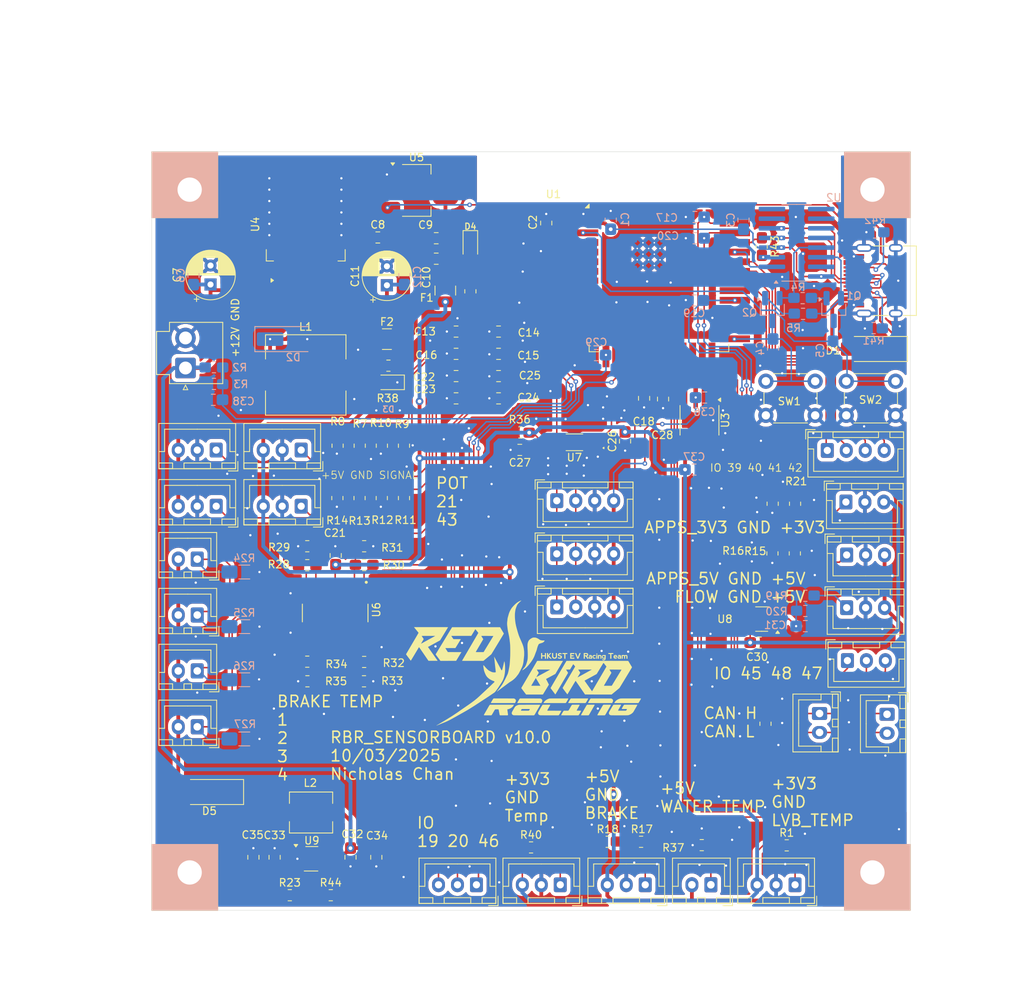
<source format=kicad_pcb>
(kicad_pcb (version 20240108) (generator "pcbnew") (generator_version "8.0")
  (layers (0 "F.Cu" signal) (31 "B.Cu" signal) (34 "B.Paste" user) (35 "F.Paste" user) (36 "B.SilkS" user "B.Silkscreen") (37 "F.SilkS" user "F.Silkscreen") (38 "B.Mask" user) (39 "F.Mask" user) (44 "Edge.Cuts" user))
  (net 0 "")
  (net 1 "+3.3V")
  (net 2 "+12V")
  (net 3 "+5V")
  (net 4 "APPS_3.3V_OUT")
  (net 5 "LVB_TEMP")
  (net 6 "BRAKE_TEMP1")
  (net 7 "BRAKE_TEMP2")
  (net 8 "SDA")
  (net 9 "SCL")
  (net 10 "BRAKE_TEMP3")
  (net 11 "BRAKE_TEMP4")
  (net 12 "CAN+")
  (net 13 "CAN-")
  (net 14 "Net-(Q1-B)")
  (net 15 "DTR")
  (net 16 "IO0")
  (net 17 "RTS")
  (net 18 "/ESP_EN")
  (net 19 "Net-(Q2-B)")
  (net 20 "LVB_S")
  (net 23 "USB_RX")
  (net 24 "USB_TX")
  (net 26 "D+")
  (net 30 "D-")
  (net 36 "CAN_RX")
  (net 37 "CAN_TX")
  (net 38 "GND")
  (net 39 "Net-(U5-VO)")
  (net 40 "Net-(U4-FB)")
  (net 41 "Net-(D1-A)")
  (net 42 "Net-(D2-K)")
  (net 43 "Net-(U6A--)")
  (net 44 "POT3_OUT")
  (net 45 "POT2_OUT")
  (net 46 "POT4_OUT")
  (net 47 "APPS_5V_OUT")
  (net 48 "POT1_OUT")
  (net 49 "BRAKE_TEMP_OUT1")
  (net 50 "BRAKE_TEMP_OUT4")
  (net 51 "BRAKE_TEMP_OUT2")
  (net 52 "BRAKE_TEMP_OUT3")
  (net 53 "Net-(U6C--)")
  (net 54 "Net-(U6B--)")
  (net 55 "Net-(U6D--)")
  (net 56 "SCL_3V3")
  (net 57 "SDA_3V3")
  (net 58 "BRAKE_OUT")
  (net 59 "FLOW_OUT")
  (net 60 "Net-(D3-A)")
  (net 61 "Net-(D4-A)")
  (net 62 "POT1_IN")
  (net 63 "POT2_IN")
  (net 64 "POT3_IN")
  (net 65 "POT4_IN")
  (net 66 "APPS_5V_IN")
  (net 67 "BRAKE_IN")
  (net 68 "FLOW_IN")
  (net 69 "APPS_3.3IN")
  (net 70 "Net-(C31-Pad2)")
  (net 72 "Temp_sensor")
  (net 73 "IO19")
  (net 74 "IO20")
  (net 75 "IO48")
  (net 76 "IO47")
  (net 77 "IO45")
  (net 78 "IO46")
  (net 79 "IO42")
  (net 80 "IO39")
  (net 81 "IO41")
  (net 82 "IO40")
  (net 83 "PUMP_THERM_IN")
  (net 84 "Net-(J2-CC2)")
  (net 85 "Net-(J2-CC1)")
  (net 86 "Net-(U2-RXD)")
  (net 87 "+24V")
  (net 88 "Net-(D5-K)")
  (net 89 "Net-(U9-FB)")
  (footprint "Connector_JST:JST_XH_B3B-XH-A_1x03_P2.50mm_Vertical" (layer "F.Cu") (at 108.5 96.725 180)
    (property "Reference" "J14" (hide yes))
    (property "Value" "Conn_01x03")
  )
  (footprint "RMC_Capacitor:C_0805_2012Metric_Pad1.18x1.45mm_HandSolder_L" (layer "F.Cu") (at 145.7156 76.640233)
    (property "Reference" "C15")
    (property "Value" "100nF")
  )
  (footprint "RMC_Resistor:R_0805_2012Metric_Pad1.20x1.40mm_HandSolder_L" (layer "F.Cu") (at 172.5 141.4 180)
    (property "Reference" "R37")
    (property "Value" "100K")
  )
  (footprint "RMC_Resistor:R_0805_2012Metric_Pad1.20x1.40mm_HandSolder_L" (layer "F.Cu") (at 124.4675 95.6525 90)
    (property "Reference" "R14")
    (property "Value" "1k")
  )
  (footprint "Package_SO:VSSOP-8_2.3x2mm_P0.5mm" (layer "F.Cu") (at 155.7156 88.3 180)
    (property "Reference" "U7")
    (property "Value" "TXS0102DCU")
  )
  (footprint "RMC_Resistor:R_0805_2012Metric_Pad1.20x1.40mm_HandSolder_L" (layer "F.Cu") (at 128 102 180)
    (property "Reference" "R31")
    (property "Value" "1k")
  )
  (footprint "RMC_Capacitor:C_0805_2012Metric_Pad1.18x1.45mm_HandSolder_L" (layer "F.Cu") (at 113.4 143 -90)
    (property "Reference" "C35")
    (property "Value" "100nF")
  )
  (footprint "RMC_SO:SOIC127P600X175-14N" (layer "F.Cu") (at 124.178517 110.8 -90)
    (property "Reference" "U6")
    (property "Value" "LM324")
  )
  (footprint "Connector_JST:JST_XH_B3B-XH-A_1x03_P2.50mm_Vertical" (layer "F.Cu") (at 108.5 89.325 180)
    (property "Reference" "J13" (hide yes))
    (property "Value" "Conn_01x03")
  )
  (footprint "RMC_Capacitor:C_0805_2012Metric_Pad1.18x1.45mm_HandSolder_L" (layer "F.Cu") (at 148.5156 89.3 180)
    (property "Reference" "C27")
    (property "Value" "100nF")
  )
  (footprint "Connector_JST:JST_XH_B3B-XH-A_1x03_P2.50mm_Vertical" (layer "F.Cu") (at 153.85 146.625 180)
    (property "Reference" "J26" (hide yes))
    (property "Value" "Conn_01x03")
  )
  (footprint "Connector_JST:JST_XH_B2B-XH-A_1x02_P2.50mm_Vertical" (layer "F.Cu") (at 106 103.7 180)
    (property "Reference" "J4" (hide yes))
    (property "Value" "Conn_01x02")
  )
  (footprint "RMC_Resistor:R_0805_2012Metric_Pad1.20x1.40mm_HandSolder_L" (layer "F.Cu") (at 148.6 87 180)
    (property "Reference" "R36")
    (property "Value" "4k7")
  )
  (footprint "RMC_Resistor:R_0805_2012Metric_Pad1.20x1.40mm_HandSolder_L" (layer "F.Cu") (at 133.25 88.75 90)
    (property "Reference" "R9")
    (property "Value" "1k")
  )
  (footprint "Capacitor_THT:CP_Radial_D6.3mm_P2.50mm" (layer "F.Cu") (at 107.75 67.5 90)
    (property "Reference" "C7")
    (property "Value" "100uF")
  )
  (footprint "RMC_Resistor:R_0805_2012Metric_Pad1.20x1.40mm_HandSolder_L" (layer "F.Cu") (at 142 68.4 90)
    (property "Reference" "R39" (hide yes))
    (property "Value" "120R")
  )
  (footprint "to be sorted:ESP32-WROOM-S3-2" (layer "F.Cu") (at 166.86 63.41)
    (property "Reference" "U1")
    (property "Value" "ESP32-S3-WROOM-2")
  )
  (footprint "RMC_Resistor:R_0805_2012Metric_Pad1.20x1.40mm_HandSolder_L" (layer "F.Cu") (at 127.416666 88.75 90)
    (property "Reference" "R7")
    (property "Value" "1k")
  )
  (footprint "Connector_JST:JST_XH_B3B-XH-A_1x03_P2.50mm_Vertical" (layer "F.Cu") (at 191.5 96.175)
    (property "Reference" "J19" (hide yes))
    (property "Value" "Conn_01x03")
  )
  (footprint "Connector_JST:JST_XH_B4B-XH-A_1x04_P2.50mm_Vertical" (layer "F.Cu") (at 153.3906 96)
    (property "Reference" "J6" (hide yes))
    (property "Value" "Conn_01x04")
  )
  (footprint "RMC_Capacitor:C_0805_2012Metric_Pad1.18x1.45mm_HandSolder_L" (layer "F.Cu") (at 140.1156 73.7069)
    (property "Reference" "C13")
    (property "Value" "100nF")
  )
  (footprint "RMC_SO:SOIC-8_3.9x4.9mm_P1.27mm_RMC_Handsolder" (layer "F.Cu") (at 172.2 85.4 -90)
    (property "Reference" "U3")
    (property "Value" "TJA1051T-3")
  )
  (footprint "RMC_LED:LED_0805_2012Metric_Pad1.45x1.40mm_HandSolder" (layer "F.Cu") (at 131.2 80.4 180)
    (property "Reference" "D3")
    (property "Value" "LED")
  )
  (footprint "Button_Switch_THT:SW_PUSH_6mm_H5mm" (layer "F.Cu") (at 198.05 84.75 180)
    (property "Reference" "SW2")
    (property "Value" "SW_SPST")
  )
  (footprint "RMC_Resistor:R_0805_2012Metric_Pad1.20x1.40mm_HandSolder_L" (layer "F.Cu") (at 180.9 125.4 -90)
    (property "Reference" "R6" (hide yes))
    (property "Value" "120R")
  )
  (footprint "RMC_Resistor:R_0805_2012Metric_Pad1.20x1.40mm_HandSolder_L" (layer "F.Cu") (at 120.521483 119.8)
    (property "Reference" "R35")
    (property "Value" "1k")
  )
  (footprint "Connector_JST:JST_XH_B2B-XH-A_1x02_P2.50mm_Vertical" (layer "F.Cu") (at 106 125.8 180)
    (property "Reference" "J9" (hide yes))
    (property "Value" "Conn_01x02")
  )
  (footprint "RMC_Resistor:R_0805_2012Metric_Pad1.20x1.40mm_HandSolder_L" (layer "F.Cu") (at 128 104.4844)
    (property "Reference" "R30")
    (property "Value" "5k")
  )
  (footprint "RMC_Capacitor:C_0805_2012Metric_Pad1.18x1.45mm_HandSolder_L" (layer "F.Cu") (at 145.7156 79.573566 180)
    (property "Reference" "C25")
    (property "Value" "100nF")
  )
  (footprint "Connector_JST:JST_XH_B3B-XH-A_1x03_P2.50mm_Vertical" (layer "F.Cu") (at 119.7 96.725 180)
    (property "Reference" "J15" (hide yes))
    (property "Value" "Conn_01x03")
  )
  (footprint "MountingHole:MountingHole_3.2mm_M3" (layer "F.Cu") (at 195 145)
    (property "Reference" "H4" (hide yes))
    (property "Value" "MountingHole")
  )
  (footprint "RMC_Resistor:R_0805_2012Metric_Pad1.20x1.40mm_HandSolder_L" (layer "F.Cu") (at 130.333332 88.75 90)
    (property "Reference" "R10")
    (property "Value" "1k")
  )
  (footprint "MountingHole:MountingHole_3.2mm_M3" (layer "F.Cu") (at 195 55)
    (property "Reference" "H3" (hide yes))
    (property "Value" "MountingHole")
  )
  (footprint "RMC_Capacitor:C_0805_2012Metric_Pad1.18x1.45mm_HandSolder_L" (layer "F.Cu") (at 145.7156 82.5069 180)
    (property "Reference" "C24")
    (property "Value" "100nF")
  )
  (footprint "RMC_Capacitor:C_0805_2012Metric_Pad1.18x1.45mm_HandSolder_L" (layer "F.Cu") (at 137.5 64.1)
    (property "Reference" "C10")
    (property "Value" "100nF")
  )
  (footprint "RMC_Capacitor:C_0805_2012Metric_Pad1.18x1.45mm_HandSolder_L" (layer "F.Cu") (at 162.3906 88.15 90)
    (property "Reference" "C26")
    (property "Value" "100nF")
  )
  (footprint "RMC_Resistor:R_0805_2012Metric_Pad1.20x1.40mm_HandSolder_L" (layer "F.Cu") (at 131.2 78.2 180)
    (property "Reference" "R38")
    (property "Value" "330R")
  )
  (footprint "RMC_Capacitor:C_0805_2012Metric_Pad1.18x1.45mm_HandSolder_L" (layer "F.Cu") (at 145.7156 73.7069)
    (property "Reference" "C14")
    (property "Value" "100nF")
  )
  (footprint "RMC_Resistor:R_0805_2012Metric_Pad1.20x1.40mm_HandSolder_L" (layer "F.Cu") (at 133.25 95.6525 90)
    (property "Reference" "R11")
    (property "Value" "1k")
  )
  (footprint "RMC_Capacitor:C_0805_2012Metric_Pad1.18x1.45mm_HandSolder_L" (layer "F.Cu") (at 140.1156 76.640233)
    (property "Reference" "C16")
    (property "Value" "100nF")
  )
  (footprint "RMC_Resistor:R_0805_2012Metric_Pad1.20x1.40mm_HandSolder_L" (layer "F.Cu") (at 130.3225 95.6525 90)
    (property "Reference" "R12")
    (property "Value" "1k")
  )
  (footprint "RMC_Resistor:R_0805_2012Metric_Pad1.20x1.40mm_HandSolder_L" (layer "F.Cu") (at 123.6 148)
    (property "Reference" "R44")
    (property "Value" "680R")
  )
  (footprint "RMC_Capacitor:C_0805_2012Metric_Pad1.18x1.45mm_HandSolder_L" (layer "F.Cu") (at 180.1 114.7 180)
    (property "Reference" "C30")
    (property "Value" "100nF")
  )
  (footprint "Connector_JST:JST_XH_B3B-XH-A_1x03_P2.50mm_Vertical" (layer "F.Cu") (at 191.6 110.1)
    (property "Reference" "J18" (hide yes))
    (property "Value" "Conn_01x03")
  )
  (footprint "RBR_logo:RBR_logo" (layer "F.Cu") (at 149.28336 117.308079)
    (property "Reference" "G***" (hide yes))
    (property "Value" "LOGO" (hide yes))
  )
  (footprint "Fuse:Fuse_1210_3225Metric_Pad1.42x2.65mm_HandSolder" (layer "F.Cu") (at 138.7 68.3 90)
    (property "Reference" "F1")
    (property "Value" "Fuse")
  )
  (footprint "Inductor_SMD:L_Wuerth_HCI-5040" (layer "F.Cu") (at 121 137.1 180)
    (property "Reference" "L2")
    (property "Value" "4.7-22uH")
  )
  (footprint "Connector_JST:JST_XH_B2B-XH-A_1x02_P2.50mm_Vertical" (layer "F.Cu") (at 196.925 124.15 -90)
    (property "Reference" "J21" (hide yes))
    (property "Value" "Conn_01x02")
  )
  (footprint "RMC_Inductor:L_10.4x10.4_H4.8" (layer "F.Cu") (at 120.3 79.425)
    (property "Reference" "L1")
    (property "Value" "330uH")
  )
  (footprint "Connector_JST:JST_VH_B2P-VH_1x02_P3.96mm_Vertical" (layer "F.Cu") (at 104.45 78.5075 90)
    (property "Reference" "J3" (hide yes))
    (property "Value" "Conn_01x02")
  )
  (footprint "RMC_Resistor:R_0805_2012Metric_Pad1.20x1.40mm_HandSolder_L" (layer "F.Cu") (at 181.847897 96.4 90)
    (property "Reference" "R22" (hide yes))
    (property "Value" "1k")
  )
  (footprint "Capacitor_THT:CP_Radial_D6.3mm_P2.50mm" (layer "F.Cu") (at 131 67.6 90)
    (property "Reference" "C11")
    (property "Value" "330uF")
  )
  (footprint "Package_TO_SOT_SMD:SOT-23-6_Handsoldering" (layer "F.Cu") (at 121 143.2)
    (property "Reference" "U9")
    (property "Value" "MT3608/SDB628")
  )
  (footprint "RMC_Resistor:R_0805_2012Metric_Pad1.20x1.40mm_HandSolder_L" (layer "F.Cu") (at 127.978517 119.8 180)
    (property "Reference" "R33")
    (property "Value" "1k")
  )
  (footprint "Connector_JST:JST_XH_B3B-XH-A_1x03_P2.50mm_Vertical" (layer "F.Cu") (at 142.8 146.625 180)
    (property "Reference" "J1" (hide yes))
    (property "Value" "Conn_01x03")
  )
  (footprint "MountingHole:MountingHole_3.2mm_M3" (layer "F.Cu") (at 105 145)
    (property "Reference" "H2" (hide yes))
    (property "Value" "MountingHole")
  )
  (footprint "Diode_SMD:D_SMA_Handsoldering" (layer "F.Cu") (at 195.1 76 180)
    (property "Reference" "D1")
    (property "Value" "D")
  )
  (footprint "RMC_Resistor:R_0805_2012Metric_Pad1.20x1.40mm_HandSolder_L" (layer "F.Cu") (at 118.2 148)
    (property "Reference" "R23")
    (property "Value" "249k")
  )
  (footprint "Fuse:Fuse_1210_3225Metric_Pad1.42x2.65mm_HandSolder" (layer "F.Cu") (at 131 74.7)
    (property "Reference" "F2")
    (property "Value" "Fuse")
  )
  (footprint "RMC_Connnector:USB_C_Receptacle_G-Switch_GT-USB-7010ASV_Handsolder" (layer "F.Cu") (at 197 67 90)
    (property "Reference" "J2" (hide yes))
    (property "Value" "USB_C_Receptacle_USB2.0_14P")
  )
  (footprint "RMC_Resistor:R_0805_2012Metric_Pad1.20x1.40mm_HandSolder_L" (layer "F.Cu") (at 180.4 62.5 -90)
    (property "Reference" "R43")
    (property "Value" "499R")
  )
  (footprint "Connector_JST:JST_XH_B4B-XH-A_1x04_P2.50mm_Vertical" (layer "F.Cu") (at 153.3906 103)
    (property "Reference" "J7" (hide yes))
    (property "Value" "Conn_01x04")
  )
  (footprint "RMC_Resistor:R_0805_2012Metric_Pad1.20x1.40mm_HandSolder_L" (layer "F.Cu") (at 124.5 88.75 90)
    (property "Reference" "R8")
    (property "Value" "1k")
  )
  (footprint "Connector_JST:JST_XH_B3B-XH-A_1x03_P2.50mm_Vertical" (layer "F.Cu") (at 191.6 103.15)
    (property "Reference" "J16" (hide yes))
    (property "Value" "Conn_01x03")
  )
  (footprint "Connector_JST:JST_XH_B4B-XH-A_1x04_P2.50mm_Vertical" (layer "F.Cu") (at 189.05 89.375)
    (property "Reference" "J25" (hide yes))
    (property "Value" "Conn_01x04")
  )
  (footprint "Connector_JST:JST_XH_B3B-XH-A_1x03_P2.50mm_Vertical" (layer "F.Cu") (at 184.8 146.625 180)
    (property "Reference" "J27" (hide yes))
    (property "Value" "Conn_01x03")
  )
  (footprint "Package_TO_SOT_SMD:SOT-23-5_HandSoldering" (layer "F.Cu") (at 180.5 111.6 180)
    (property "Reference" "U8")
    (property "Value" "74LVC1G17")
  )
  (footprint "RMC_Resistor:R_0805_2012Metric_Pad1.20x1.40mm_HandSolder_L" (layer "F.Cu") (at 160.1025 140.9575)
    (property "Reference" "R18")
    (property "Value" "1k")
  )
  (footprint "MountingHole:MountingHole_3.2mm_M3" (layer "F.Cu") (at 105 55)
    (property "Reference" "H1" (hide yes))
    (property "Value" "MountingHole")
  )
  (footprint "RMC_Capacitor:C_0805_2012Metric_Pad1.18x1.45mm_HandSolder_L" (layer "F.Cu") (at 126.2 143 -90)
    (property "Reference" "C32")
    (property "Value" "22uF")
  )
  (footprint "RMC_Resistor:R_0805_2012Metric_Pad1.20x1.40mm_HandSolder_L" (layer "F.Cu") (at 127.395 95.6525 90)
    (property "Reference" "R13")
    (property "Value" "1k")
  )
  (footprint "RMC_Capacitor:C_0805_2012Metric_Pad1.18x1.45mm_HandSolder_L" (layer "F.Cu") (at 140.1156 79.573566 180)
    (property "Reference" "C22")
    (property "Value" "100nF")
  )
  (footprint "Connector_JST:JST_XH_B2B-XH-A_1x02_P2.50mm_Vertical" (layer "F.Cu") (at 188.025 124.05 -90)
    (property "Reference" "J11" (hide yes))
    (property "Value" "Conn_01x02")
  )
  (footprint "RMC_Resistor:R_0805_2012Metric_Pad1.20x1.40mm_HandSolder_L" (layer "F.Cu") (at 120.5 104.5 180)
    (property "Reference" "R28")
    (property "Value" "5k")
  )
  (footprint "Diode_SMD:D_SMA_Handsoldering" (layer "F.Cu") (at 107.6 134.4 180)
    (property "Reference" "D5")
    (property "Value" "SMA Diode")
  )
  (footprint "RMC_Capacitor:C_0805_2012Metric_Pad1.18x1.45mm_HandSolder_L" (layer "F.Cu") (at 164.9 82.5 90)
    (property "Reference" "C18")
    (property "Value" "100nF")
  )
  (footprint "RMC_LED:LED_0805_2012Metric_Pad1.45x1.40mm_HandSolder" (layer "F.Cu") (at 142 62.5 -90)
    (property "Reference" "D4")
    (property "Value" "LED")
  )
  (footprint "RMC_TO:TO-263-5_TabPin3_Handsolder" (layer "F.Cu") (at 120.3 59.575 90)
    (property "Reference" "U4")
    (property "Value" "LM2576S-5")
  )
  (footprint "Connector_JST:JST_XH_B2B-XH-A_1x02_P2.50mm_Vertical" (layer "F.Cu") (at 106 111.066666 180)
    (property "Reference" "J5" (hide yes))
    (property "Value" "Conn_01x02")
  )
  (footprint "RMC_Capacitor:C_0805_2012Metric_Pad1.18x1.45mm_HandSolder_L" (layer "F.Cu") (at 137.5 61.4 180)
    (property "Reference" "C9")
    (property "Value" "22uF")
  )
  (footprint "Connector_JST:JST_XH_B3B-XH-A_1x03_P2.50mm_Vertical" (layer "F.Cu") (at 119.7 89.325 180)
    (property "Reference" "J12" (hide yes))
    (property "Value" "Conn_01x03")
  )
  (footprint "RMC_Resistor:R_0805_2012Metric_Pad1.20x1.40mm_HandSolder_L" (layer "F.Cu") (at 120.5 102)
    (property "Reference" "R29")
    (property "Value" "1k")
  )
  (footprint "Connector_JST:JST_XH_B2B-XH-A_1x02_P2.50mm_Vertical" (layer "F.Cu") (at 173.7 146.625 180)
    (property "Reference" "J20" (hide yes))
    (property "Value" "Conn_01x02")
  )
  (footprint "RMC_Capacitor:C_0805_2012Metric_Pad1.18x1.45mm_HandSolder_L" (layer "F.Cu") (at 152 59.4 -90)
    (property "Reference" "C2")
    (property "Value" "10uF")
  )
  (footprint "RMC_Capacitor:C_0805_2012Metric_Pad1.18x1.45mm_HandSolder_L" (layer "F.Cu") (at 124.25 103.2156 90)
    (property "Reference" "C21")
    (property "Value" "100nF")
  )
  (footprint "RMC_Resistor:R_0805_2012Metric_Pad1.20x1.40mm_HandSolder_L" (layer "F.Cu") (at 183.7 141.425)
    (property "Reference" "R1")
    (property "Value" "4k7")
  )
  (footprint "RMC_Capacitor:C_0805_2012Metric_Pad1.18x1.45mm_HandSolder_L" (layer "F.Cu") (at 140.1156 82.5069 180)
    (property "Reference" "C23")
    (property "Value" "100nF")
  )
  (footprint "Button_Switch_THT:SW_PUSH_6mm_H5mm" (layer "F.Cu") (at 187.45 84.75 180)
    (property "Reference" "SW1")
    (property "Value" "SW_SPST")
  )
  (footprint "RMC_Resistor:R_0805_2012Metric_Pad1.20x1.40mm_HandSolder_L" (layer "F.Cu") (at 120.5 117.2175 180)
    (property "Reference" "R34")
    (property "Value" "5k")
  )
  (footprint "RMC_Resistor:R_0805_2012Metric_Pad1.20x1.40mm_HandSolder_L" (layer "F.Cu") (at 184.7675 102.9475 90)
    (property "Reference" "R15")
    (property "Value" "1k")
  )
  (footprint "RMC_Resistor:R_0805_2012Metric_Pad1.20x1.40mm_HandSolder_L" (layer "F.Cu") (at 181.815397 102.9475 90)
    (property "Reference" "R16")
    (property "Value" "1k")
  )
  (footprint "RMC_Resistor:R_0805_2012Metric_Pad1.20x1.40mm_HandSolder_L" (layer "F.Cu") (at 184.8 96.4 90)
    (property "Reference" "R21")
    (property "Value" "1k")
  )
  (footprint "RMC_Resistor:R_0805_2012Metric_Pad1.20x1.40mm_HandSolder_L" (layer "F.Cu") (at 150 141.7)
    (property "Reference" "R40")
    (property "Value" "4k7")
  )
  (footprint "RMC_Resistor:R_0805_2012Metric_Pad1.20x1.40mm_HandSolder_L" (layer "F.Cu") (at 128 117.25)
    (property "Reference" "R32")
    (property "Value" "5k")
  )
  (footprint "RMC_Capacitor:C_0805_2012Metric_Pad1.18x1.45mm_HandSolder_L" (layer "F.Cu") (at 116.2 143 90)
    (property "Reference" "C33")
    (property "Value" "22uF")
  )
  (footprint "Connector_JST:JST_XH_B3B-XH-A_1x03_P2.50mm_Vertical" (layer "F.Cu") (at 191.7 117.075)
    (property "Reference" "J23" (hide yes))
    (property "Value" "Conn_01x03")
  )
  (footprint "RMC_Capacitor:C_0805_2012Metric_Pad1.18x1.45mm_HandSolder_L" (layer "F.Cu") (at 129.8 61.3)
    (property "Reference" "C8")
    (property "Value" "100nF")
  )
  (footprint "Connector_JST:JST_XH_B2B-XH-A_1x02_P2.50mm_Vertical" (layer "F.Cu") (at 106 118.433332 180)
    (property "Reference" "J8" (hide yes))
    (property "Value" "Conn_01x02")
  )
  (footprint "RMC_Capacitor:C_0805_2012Metric_Pad1.18x1.45mm_HandSolder_L" (layer "F.Cu") (at 129.6 143 90)
    (property "Reference" "C34")
    (property "Value" "100nF")
  )
  (footprint "RMC_SOT:SOT-223-3_TabPin2_Handsolder" (layer "F.Cu") (at 134.9 55.1)
    (property "Reference" "U5")
    (property "Value" "AMS1117-3.3")
  )
  (footprint "Connector_JST:JST_XH_B4B-XH-A_1x04_P2.50mm_Vertical" (layer "F.Cu") (at 153.3906 110)
    (property "Reference" "J10" (hide yes))
    (property "Value" "Conn_01x04")
  )
  (footprint "RMC_Capacitor:C_0805_2012Metric_Pad1.18x1.45mm_HandSolder_L" (layer "F.Cu") (at 167.4 82.6 -90)
    (property "Reference" "C28")
    (property "Value" "100nF")
  )
  (footprint "RMC_Resistor:R_0805_2012Metric_Pad1.20x1.40mm_HandSolder_L" (layer "F.Cu") (at 164.5025 140.9575 180)
    (property "Reference" "R17")
    (property "Value" "1k")
  )
  (footprint "Connector_JST:JST_XH_B3B-XH-A_1x03_P2.50mm_Vertical" (layer "F.Cu") (at 165.05 146.625 180)
    (property "Reference" "J17" (hide yes))
    (property "Value" "Conn_01x03")
  )
  (footprint "RMC_Resistor:R_0805_2012Metric_Pad1.20x1.40mm_HandSolder_L" (layer "B.Cu") (at 186.1525 108.5325 180)
    (property "Reference" "R19")
    (property "Value" "1k")
  )
  (footprint "RMC_Capacitor:C_0805_2012Metric_Pad1.18x1.45mm_HandSolder_L" (layer "B.Cu") (at 158.6 76.8069 180)
    (property "Reference" "C29")
    (property "Value" "100nF")
  )
  (footprint "RMC_Resistor:R_1206_3216Metric_Pad1.30x1.75mm_HandSolder_RMC" (layer "B.Cu") (at 112.2 112.6 180)
    (property "Reference" "R25")
    (property "Value" "10R")
  )
  (footprint "RMC_Capacitor:C_0805_2012Metric_Pad1.18x1.45mm_HandSolder_L" (layer "B.Cu") (at 172.9 82.4)
    (property "Reference" "C36")
    (property "Value" "100nF")
  )
  (footprint "RMC_Resistor:R_0805_2012Metric_Pad1.20x1.40mm_HandSolder_L" (layer "B.Cu") (at 108.2 78.4)
    (property "Reference" "R2")
    (property "Value" "1k")
  )
  (footprint "RMC_Resistor:R_0805_2012Metric_Pad1.20x1.40mm_HandSolder_L" (layer "B.Cu") (at 185.8475 71.3675 180)
    (property "Reference" "R5")
    (property "Value" "10K")
  )
  (footprint "RMC_Resistor:R_1206_3216Metric_Pad1.30x1.75mm_HandSolder_RMC" (layer "B.Cu") (at 112.2 105.4 180)
    (property "Reference" "R24")
    (property "Value" "10R")
  )
  (footprint "RMC_Resistor:R_1206_3216Metric_Pad1.30x1.75mm_HandSolder_RMC" (layer "B.Cu") (at 112.2 119.6 180)
    (property "Reference" "R26")
    (property "Value" "10R")
  )
  (footprint "RMC_Resistor:R_0805_2012Metric_Pad1.20x1.40mm_HandSolder_L" (layer "B.Cu") (at 195.15 73.25)
    (property "Reference" "R41")
    (property "Value" "5k1")
  )
  (footprint "RMC_Capacitor:C_0805_2012Metric_Pad1.18x1.45mm_HandSolder_L" (layer "B.Cu") (at 133.3 66.3 -90)
    (property "Reference" "C12")
    (property "Value" "100nF")
  )
  (footprint "RMC_Resistor:R_0805_2012Metric_Pad1.20x1.40mm_HandSolder_L" (layer "B.Cu") (at 195.35 60.65 180)
    (property "Reference" "R42")
    (property "Value" "5k1")
  )
  (footprint "RMC_Resistor:R_0805_2012Metric_Pad1.20x1.40mm_HandSolder_L" (layer "B.Cu") (at 108.2 80.6)
    (property "Reference" "R3")
    (property "Value" "5k")
  )
  (footprint "RMC_Capacitor:C_0805_2012Metric_Pad1.18x1.45mm_HandSolder_L" (layer "B.Cu") (at 178 59 -90)
    (property "Reference" "C3")
    (property "Value" "100nF")
  )
  (footprint "RMC_SO:SOIC-16_3.9x9.9mm_P1.27mm_Handsolder" (layer "B.Cu") (at 185 62)
    (property "Reference" "U2")
    (property "Value" "CH340C")
  )
  (footprint "RMC_Capacitor:C_0805_2012Metric_Pad1.18x1.45mm_HandSolder_L" (layer "B.Cu") (at 108.1156 82.7 180)
    (property "Reference" "C38")
    (property "Value" "100nF")
  )
  (footprint "RMC_Capacitor:C_0805_2012Metric_Pad1.18x1.45mm_HandSolder_L" (layer "B.Cu") (at 160.5 59 -90)
    (property "Reference" "C1")
    (property "Value" "100nF")
  )
  (footprint "Package_TO_SOT_SMD:SOT-23_Handsoldering" (layer "B.Cu") (at 189.9 70.8 -90)
    (property "Reference" "Q1")
    (property "Value" "MMBT3904")
  )
  (footprint "RMC_Resistor:R_0805_2012Metric_Pad1.20x1.40mm_HandSolder_L" (layer "B.Cu") (at 186.1525 110.5325 180)
    (property "Reference" "R20")
    (property "Value" "1k")
  )
  (footprint "RMC_Capacitor:C_0805_2012Metric_Pad1.18x1.45mm_HandSolder_L" (layer "B.Cu") (at 189.8 76.2 -90)
    (property "Reference" "C5")
    (property "Value" "100nF")
  )
  (footprint "RMC_Capacitor:C_0805_2012Metric_Pad1.18x1.45mm_HandSolder_L" (layer "B.Cu") (at 105.5 66.3 -90)
    (property "Reference" "C6")
    (property "Value" "100nF")
  )
  (footprint "RMC_Resistor:R_0805_2012Metric_Pad1.20x1.40mm_HandSolder_L" (layer "B.Cu") (at 185.8 69.3 180)
    (property "Reference" "R4")
    (property "Value" "10K")
  )
  (footprint "RMC_Capacitor:C_0805_2012Metric_Pad1.18x1.45mm_HandSolder_L" (layer "B.Cu") (at 186.1525 112.5325 180)
    (property "Reference" "C31")
    (property "Value" "100nF")
  )
  (footprint "Package_TO_SOT_SMD:SOT-23_Handsoldering" (layer "B.Cu") (at 181.8 70.8 -90)
    (property "Reference" "Q2")
    (property "Value" "MMBT3904")
  )
  (footprint "RMC_Capacitor:C_0805_2012Metric_Pad1.18x1.45mm_HandSolder_L" (layer "B.Cu") (at 171.5 69.6)
    (property "Reference" "C19")
    (property "Value" "100nF")
  )
  (footprint "Diode_SMD:D_SMA_Handsoldering" (layer "B.Cu") (at 118.1 74.7)
    (property "Reference" "D2")
    (property "Value" "SMA Diode")
  )
  (footprint "RMC_Capacitor:C_0805_2012Metric_Pad1.18x1.45mm_HandSolder_L" (layer "B.Cu") (at 171.5 91.9 180)
    (property "Reference" "C37")
    (property "Value" "100nF")
  )
  (footprint "RMC_Capacitor:C_0805_2012Metric_Pad1.18x1.45mm_HandSolder_L" (layer "B.Cu") (at 171.6 58.6)
    (property "Reference" "C17")
    (property "Value" "100nF")
  )
  (footprint "RMC_Resistor:R_1206_3216Metric_Pad1.30x1.75mm_HandSolder_RMC" (layer "B.Cu") (at 112.2 127.4 180)
    (property "Reference" "R27")
    (property "Value" "10R")
  )
  (footprint "RMC_Capacitor:C_0805_2012Metric_Pad1.18x1.45mm_HandSolder_L" (layer "B.Cu") (at 171.6 61.4)
    (property "Reference" "C20")
    (property "Value" "100nF")
  )
  (footprint "RMC_Capacitor:C_0805_2012Metric_Pad1.18x1.45mm_HandSolder_L" (layer "B.Cu") (at 181.9 75.9 -90)
    (property "Reference" "C4")
    (property "Value" "100nF")
  )
  (gr_rect (start 100 141.3) (end 108.7 150) (stroke (width 0.1)) (fill solid) (layer "B.SilkS"))
  (gr_rect (start 191.3 141.3) (end 200 150) (stroke (width 0.1)) (fill solid) (layer "B.SilkS"))
  (gr_rect (start 191.3 50) (end 200 58.7) (stroke (width 0.1)) (fill solid) (layer "B.SilkS"))
  (gr_rect (start 100 50) (end 108.7 58.7) (stroke (width 0.1)) (fill solid) (layer "B.SilkS"))
  (gr_rect (start 100 141.3) (end 108.7 150) (stroke (width 0.1)) (fill solid) (layer "F.SilkS"))
  (gr_rect (start 191.3 50) (end 200 58.7) (stroke (width 0.1)) (fill solid) (layer "F.SilkS"))
  (gr_rect (start 191.3 141.3) (end 200 150) (stroke (width 0.1)) (fill solid) (layer "F.SilkS"))
  (gr_rect (start 100 50) (end 108.7 58.7) (stroke (width 0.1)) (fill solid) (layer "F.SilkS"))
  (gr_rect (start 100 50) (end 200 150) (stroke (width 0.05)) (fill none) (layer "Edge.Cuts"))
  (gr_text "APPS_3V3 GND +3V3" (at 164.8 100.4 0) (layer "F.SilkS") (effects (font (size 1.5 1.5) (thickness 0.2)) (justify left bottom)))
  (gr_text "POT\n21\n43" (at 137.35 99.4 0) (layer "F.SilkS") (effects (font (size 1.5 1.5) (thickness 0.2)) (justify left bottom)))
  (gr_text "FLOW GND +5V" (at 168.8 109.55 0) (layer "F.SilkS") (effects (font (size 1.5 1.5) (thickness 0.2)) (justify left bottom)))
  (gr_text "+3V3\nGND\nTemp" (at 146.4 138.4 0) (layer "F.SilkS") (effects (font (size 1.5 1.5) (thickness 0.2)) (justify left bottom)))
  (gr_text "BRAKE TEMP\n1\n2\n3\n4" (at 116.4 133 0) (layer "F.SilkS") (effects (font (size 1.5 1.5) (thickness 0.2)) (justify left bottom)))
  (gr_text "+12V GND" (at 111.6 77.2 90) (layer "F.SilkS") (effects (font (size 1 1)) (justify left bottom)))
  (gr_text "+5V GND SIGNAL" (at 122.26 93.215 0) (layer "F.SilkS") (effects (font (size 1 1) (thickness 0.1)) (justify left bottom)))
  (gr_text "+3V3\nGND\nLVB_TEMP" (at 181.55 139 0) (layer "F.SilkS") (effects (font (size 1.5 1.5) (thickness 0.2)) (justify left bottom)))
  (gr_text "+5V\nGND\nBRAKE\n" (at 156.95 138.05 0) (layer "F.SilkS") (effects (font (size 1.5 1.5) (thickness 0.2)) (justify left bottom)))
  (gr_text "RBR_SENSORBOARD v10.0\n10/03/2025\nNicholas Chan" (at 123.4 132.9 0) (layer "F.SilkS") (effects (font (size 1.5 1.5) (thickness 0.2)) (justify left bottom)))
  (gr_text "IO\n19 20 46" (at 134.85 141.75 0) (layer "F.SilkS") (effects (font (size 1.5 1.5) (thickness 0.2)) (justify left bottom)))
  (gr_text "CAN H\nCAN L" (at 172.6 127.3 0) (layer "F.SilkS") (effects (font (size 1.5 1.5) (thickness 0.2)) (justify left bottom)))
  (gr_text "IO 45 48 47" (at 174 119.65 0) (layer "F.SilkS") (effects (font (size 1.5 1.5) (thickness 0.2)) (justify left bottom)))
  (gr_text "+5V\nWATER TEMP" (at 166.9 137.2 0) (layer "F.SilkS") (effects (font (size 1.5 1.5) (thickness 0.2)) (justify left bottom)))
  (gr_text "IO 39 40 41 42" (at 173.5 92.25 0) (layer "F.SilkS") (effects (font (size 1 1)) (justify left bottom)))
  (gr_text "APPS_5V GND +5V\n" (at 165.05 107.15 0) (layer "F.SilkS") (effects (font (size 1.5 1.5) (thickness 0.2)) (justify left bottom)))
  (segment (start 156.86 59.42) (end 154.48 59.42) (width 0.5) (layer "F.Cu") (net 1))
  (segment (start 159.7044 59.42) (end 160.5 60.2156) (width 0.5) (layer "F.Cu") (net 1))
  (segment (start 135.3 82.9) (end 135.3 90.4) (width 0.5) (layer "F.Cu") (net 1))
  (segment (start 156.86 59.42) (end 159.7044 59.42) (width 0.5) (layer "F.Cu") (net 1))
  (segment (start 179.8 142.225) (end 180.6325 141.3925) (width 0.2) (layer "F.Cu") (net 1))
  (segment (start 141.7325 69.7875) (end 141.9675 69.5525) (width 0.5) (layer "F.Cu") (net 1))
  (segment (start 180.6325 141.3925) (end 182.5475 141.3925) (width 0.2) (layer "F.Cu") (net 1))
  (segment (start 148.8475 146.6225) (end 148.85 146.625) (width 0.2) (layer "F.Cu") (net 1))
  (segment (start 178.8844 112.5944) (end 178.84 112.55) (width 0.2) (layer "F.Cu") (net 1))
  (segment (start 149.7525 87.0325) (end 150.2375 87.0325) (width 0.2) (layer "F.Cu") (net 1))
  (segment (start 146.7 68.3) (end 146.7 61.6) (width 0.5) (layer "F.Cu") (net 1))
  (segment (start 150.2375 87.0325) (end 151.255 88.05) (width 0.2) (layer "F.Cu") (net 1))
  (segment (start 170.3 91.8844) (end 170.3 88.405) (width 0.5) (layer "F.Cu") (net 1))
  (segment (start 179.8 146.625) (end 179.8 142.225) (width 0.2) (layer "F.Cu") (net 1))
  (segment (start 178.8844 114.7) (end 178.8844 112.5944) (width 0.2) (layer "F.Cu") (net 1))
  (segment (start 147.6844 60.6156) (end 152 60.6156) (width 0.5) (layer "F.Cu") (net 1))
  (segment (start 124.178517 104.495783) (end 124.2431 104.4312) (width 0.2) (layer "F.Cu") (net 1))
  (segment (start 154.48 59.42) (end 153.2844 60.6156) (width 0.5) (layer "F.Cu") (net 1))
  (segment (start 183 62.635) (end 184.335 62.635) (width 0.2) (layer "F.Cu") (net 1))
  (segment (start 146.7 61.6) (end 147.6844 60.6156) (width 0.5) (layer "F.Cu") (net 1))
  (segment (start 138.7 69.8) (end 141.7325 69.7875) (width 0.5) (layer "F.Cu") (net 1))
  (segment (start 145.4475 69.5525) (end 146.7 68.3) (width 0.5) (layer "F.Cu") (net 1))
  (segment (start 153.2844 60.6156) (end 152 60.6156) (width 0.5) (layer "F.Cu") (net 1))
  (segment (start 185 63.3) (end 185 65.7) (width 0.2) (layer "F.Cu") (net 1))
  (segment (start 161.275 88.05) (end 162.3906 86.9344) (width 0.2) (layer "F.Cu") (net 1))
  (segment (start 141.9675 69.5525) (end 145.4475 69.5525) (width 0.5) (layer "F.Cu") (net 1))
  (segment (start 138.7 69.7875) (end 138.7 69.8) (width 0.5) (layer "F.Cu") (net 1))
  (segment (start 124.178517 108.18) (end 124.178517 104.495783) (width 0.2) (layer "F.Cu") (net 1))
  (segment (start 170.3 88.405) (end 170.295 88.4) (width 0.5) (layer "F.Cu") (net 1))
  (segment (start 148.8475 141.6675) (end 148.8475 146.6225) (width 0.2) (layer "F.Cu") (net 1))
  (segment (start 184.335 62.635) (end 185 63.3) (width 0.2) (layer "F.Cu") (net 1))
  (segment (start 151.255 88.05) (end 153.3906 88.05) (width 0.2) (layer "F.Cu") (net 1))
  (segment (start 185 65.7) (end 185.745 66.445) (width 0.2) (layer "F.Cu") (net 1))
  (segment (start 185.745 66.445) (end 188.25 66.445) (width 0.2) (layer "F.Cu") (net 1))
  (segment (start 158.0406 88.05) (end 161.275 88.05) (width 0.2) (layer "F.Cu") (net 1))
  (via (at 188.25 66.445) (size 0.6) (drill 0.3) (layers "F.Cu" "B.Cu") (net 1))
  (via (at 178.8844 114.7) (size 1) (drill 0.5) (layers "F.Cu" "B.Cu") (net 1))
  (via (at 138.7 69.8) (size 1) (drill 0.5) (layers "F.Cu" "B.Cu") (net 1))
  (via (at 162.3906 86.9344) (size 1) (drill 0.5) (layers "F.Cu" "B.Cu") (net 1))
  (via (at 160.5 60.2156) (size 1) (drill 0.5) (layers "F.Cu" "B.Cu") (net 1))
  (via (at 135.3 82.9) (size 1) (drill 0.5) (layers "F.Cu" "B.Cu") (net 1))
  (via (at 183 62.635) (size 0.6) (drill 0.3) (layers "F.Cu" "B.Cu") (net 1))
  (via (at 124.2431 104.4312) (size 1) (drill 0.5) (layers "F.Cu" "B.Cu") (net 1))
  (via (at 149.7525 87.0325) (size 1) (drill 0.5) (layers "F.Cu" "B.Cu") (net 1))
  (via (at 170.3 91.8844) (size 1) (drill 0.5) (layers "F.Cu" "B.Cu") (net 1))
  (via (at 135.3 90.4) (size 1) (drill 0.5) (layers "F.Cu" "B.Cu") (net 1))
  (segment (start 162.2 86.3) (end 162.3906 86.4906) (width 0.5) (layer "B.Cu") (net 1))
  (segment (start 138.7 71.1) (end 138.2 71.6) (width 0.5) (layer "B.Cu") (net 1))
  (segment (start 138.7 69.8) (end 138.7 71.1) (width 0.5) (layer "B.Cu") (net 1))
  (segment (start 135.3 103.2) (end 134.0688 104.4312) (width 0.5) (layer "B.Cu") (net 1))
  (segment (start 143.5 90.4) (end 135.3 90.4) (width 0.5) (layer "B.Cu") (net 1))
  (segment (start 166.3 90.9) (end 167.3 91.9) (width 0.5) (layer "B.Cu") (net 1))
  (segment (start 179.25 60.75) (end 178.7156 60.2156) (width 0.2) (layer "B.Cu") (net 1))
  (segment (start 136.5 71.6) (end 135.3 72.8) (width 0.5) (layer "B.Cu") (net 1))
  (segment (start 197.475 96.175) (end 196.5 96.175) (width 0.5) (layer "B.Cu") (net 1))
  (segment (start 179.8 147.6) (end 179.8 138.2) (width 0.5) (layer "B.Cu") (net 1))
  (segment (start 198.4 113) (end 198.4 97.1) (width 0.5) (layer "B.Cu") (net 1))
  (segment (start 144.3 89.6) (end 143.5 90.4) (width 0.5) (layer "B.Cu") (net 1))
  (segment (start 170.3 91.8844) (end 170.3 113.3) (width 0.5) (layer "B.Cu") (net 1))
  (segment (start 162.3906 86.9344) (end 165.4344 86.9344) (width 0.5) (layer "B.Cu") (net 1))
  (segment (start 196.7 114.7) (end 198.4 113) (width 0.5) (layer "B.Cu") (net 1))
  (segment (start 171.9 136.7) (end 170.3 135.1) (width 0.5) (layer "B.Cu") (net 1))
  (segment (start 149.7525 87.0325) (end 145.3675 87.0325) (width 0.5) (layer "B.Cu") (net 1))
  (segment (start 144.3 88.1) (end 144.3 89.6) (width 0.5) (layer "B.Cu") (net 1))
  (segment (start 151.3 86.3) (end 162.2 86.3) (width 0.5) (layer "B.Cu") (net 1))
  (segment (start 149.9 148.7) (end 178.7 148.7) (width 0.5) (layer "B.Cu") (net 1))
  (segment (start 170.3 114.7) (end 178.8844 114.7) (width 0.5) (layer "B.Cu") (net 1))
  (segment (start 178.7 148.7) (end 179.8 147.6) (width 0.5) (layer "B.Cu") (net 1))
  (segment (start 178.3 136.7) (end 171.9 136.7) (width 0.5) (layer "B.Cu") (net 1))
  (segment (start 150.5675 87.0325) (end 151.3 86.3) (width 0.5) (layer "B.Cu") (net 1))
  (segment (start 149.7525 87.0325) (end 150.5675 87.0325) (width 0.5) (layer "B.Cu") (net 1))
  (segment (start 134.0688 104.4312) (end 124.2431 104.4312) (width 0.5) (layer "B.Cu") (net 1))
  (segment (start 170.3 113.3) (end 170.3 114.7) (width 0.5) (layer "B.Cu") (net 1))
  (segment (start 170.3 135.1) (end 170.3 113.3) (width 0.5) (layer "B.Cu") (net 1))
  (segment (start 179.25 62) (end 179.25 60.75) (width 0.2) (layer "B.Cu") (net 1))
  (segment (start 135.3 90.4) (end 135.3 103.2) (width 0.5) (layer "B.Cu") (net 1))
  (segment (start 170.2844 91.9) (end 170.3 91.8844) (width 0.5) (layer "B.Cu") (net 1))
  (segment (start 178.8844 114.7) (end 196.7 114.7) (width 0.5) (layer "B.Cu") (net 1))
  (segment (start 178.7156 60.2156) (end 160.5 60.2156) (width 0.2) (layer "B.Cu") (net 1))
  (segment (start 162.3906 86.4906) (end 162.3906 86.9344) (width 0.5) (layer "B.Cu") (net 1))
  (segment (start 135.3 72.8) (end 135.3 82.9) (width 0.5) (layer "B.Cu") (net 1))
  (segment (start 198.4 97.1) (end 197.475 96.175) (width 0.5) (layer "B.Cu") (net 1))
  (segment (start 179.8 138.2) (end 178.3 136.7) (width 0.5) (layer "B.Cu") (net 1))
  (segment (start 138.2 71.6) (end 136.5 71.6) (width 0.5) (layer "B.Cu") (net 1))
  (segment (start 145.3675 87.0325) (end 144.3 88.1) (width 0.5) (layer "B.Cu") (net 1))
  (segment (start 148.85 146.625) (end 148.85 147.65) (width 0.5) (layer "B.Cu") (net 1))
  (segment (start 165.4344 86.9344) (end 166.3 87.8) (width 0.5) (layer "B.Cu") (net 1))
  (segment (start 148.85 147.65) (end 149.9 148.7) (width 0.5) (layer "B.Cu") (net 1))
  (segment (start 166.3 87.8) (end 166.3 90.9) (width 0.5) (layer "B.Cu") (net 1))
  (segment (start 167.3 91.9) (end 170.2844 91.9) (width 0.5) (layer "B.Cu") (net 1))
  (segment (start 179.885 62.635) (end 179.25 62) (width 0.2) (layer "B.Cu") (net 1))
  (segment (start 183 62.635) (end 179.885 62.635) (width 0.2) (layer "B.Cu") (net 1))
  (segment (start 122.785 143.2) (end 124.7913 143.2) (width 0.5) (layer "F.Cu") (net 2))
  (segment (start 107.75 68.25) (end 107.75 67.5) (width 0.5) (layer "F.Cu") (net 2))
  (segment (start 126.2 141.7913) (end 126.2069 141.7844) (width 0.5) (layer "F.Cu") (net 2))
  (segment (start 116.9 68.25) (end 107.75 68.25) (width 0.5) (layer "F.Cu") (net 2))
  (segment (start 107.75 67.5) (end 107.75 77.45) (width 0.5) (layer "F.Cu") (net 2))
  (segment (start 126.1913 141.8) (end 126.2 141.8) (width 0.5) (layer "F.Cu") (net 2))
  (segment (start 106.6925 78.5075) (end 104.45 78.5075) (width 0.5) (layer "F.Cu") (net 2))
  (segment (start 126.2069 141.7844) (end 129.6 141.7844) (width 0.5) (layer "F.Cu") (net 2))
  (segment (start 107.75 77.45) (end 106.6925 78.5075) (width 0.5) (layer "F.Cu") (net 2))
  (segment (start 125.1 137.1) (end 126.2069 138.2069) (width 0.5) (layer "F.Cu") (net 2))
  (segment (start 122.785 144.15) (end 122.785 143.2) (width 0.5) (layer "F.Cu") (net 2))
  (segment (start 123.05 137.1) (end 125.1 137.1) (width 0.5) (layer "F.Cu") (net 2))
  (segment (start 126.2 141.8) (end 126.2 141.7913) (width 0.5) (layer "F.Cu") (net 2))
  (segment (start 126.2069 138.2069) (end 126.2069 141.7844) (width 0.5) (layer "F.Cu") (net 2))
  (segment (start 124.7913 143.2) (end 126.1913 141.8) (width 0.5) (layer "F.Cu") (net 2))
  (via (at 126.2 141.8) (size 1) (drill 0.5) (layers "F.Cu" "B.Cu") (net 2))
  (segment (start 126.2 141.7775) (end 126.2069 141.7844) (width 0.5) (layer "B.Cu") (net 2))
  (segment (start 101.5 79.9) (end 101.5 128.6) (width 0.5) (layer "B.Cu") (net 2))
  (segment (start 126.2 133.1) (end 126.2 141.7775) (width 0.5) (layer "B.Cu") (net 2))
  (segment (start 107.75 67.5) (end 105.5156 67.5) (width 0.5) (layer "B.Cu") (net 2))
  (segment (start 105.5156 67.5) (end 105.5 67.5156) (width 0.5) (layer "B.Cu") (net 2))
  (segment (start 101.5 128.6) (end 104.3 131.4) (width 0.5) (layer "B.Cu") (net 2))
  (segment (start 124.5 131.4) (end 126.2 133.1) (width 0.5) (layer "B.Cu") (net 2))
  (segment (start 107.75 67.317621) (end 107.567621 67.5) (width 0.5) (layer "B.Cu") (net 2))
  (segment (start 104.3 131.4) (end 124.5 131.4) (width 0.5) (layer "B.Cu") (net 2))
  (segment (start 104.45 78.5075) (end 102.8925 78.5075) (width 0.5) (layer "B.Cu") (net 2))
  (segment (start 102.8925 78.5075) (end 101.5 79.9) (width 0.5) (layer "B.Cu") (net 2))
  (segment (start 107.0475 78.4325) (end 104.525 78.4325) (width 0.5) (layer "B.Cu") (net 2))
  (segment (start 104.525 78.4325) (end 104.45 78.5075) (width 0.5) (layer "B.Cu") (net 2))
  (segment (start 160.8906 113.45) (end 160.8906 110) (width 0.5) (layer "F.Cu") (net 3))
  (segment (start 189.4 147.2) (end 187.9 148.7) (width 0.5) (layer "F.Cu") (net 3))
  (segment (start 133.7 74.7) (end 134.8 73.6) (width 0.5) (layer "F.Cu") (net 3))
  (segment (start 115.3 85.9) (end 114.7 86.5) (width 0.5) (layer "F.Cu") (net 3))
  (segment (start 147.2 105.4) (end 147.2 95) (width 0.5) (layer "F.Cu") (net 3))
  (segment (start 198.5 69.7) (end 197 69.7) (width 0.25) (layer "F.Cu") (net 3))
  (segment (start 147.2 111.1) (end 149.4 113.3) (width 0.5) (layer "F.Cu") (net 3))
  (segment (start 196.7 63.9) (end 198.5 63.9) (width 0.25) (layer "F.Cu") (net 3))
  (segment (start 189 57) (end 141.9 57) (width 0.2) (layer "F.Cu") (net 3))
  (segment (start 147.2 95) (end 149.7312 92.4688) (width 0.5) (layer "F.Cu") (net 3))
  (segment (start 198.8 112.3) (end 198.8 136.4) (width 0.5) (layer "F.Cu") (net 3))
  (segment (start 160.8906 110) (end 160.8906 96) (width 0.5) (layer "F.Cu") (net 3))
  (segment (start 189 57) (end 191.4 59.4) (width 0.25) (layer "F.Cu") (net 3))
  (segment (start 160.9 134.7) (end 160.8906 134.6906) (width 0.5) (layer "F.Cu") (net 3))
  (segment (start 134.8 63.1) (end 133 61.3) (width 0.5) (layer "F.Cu") (net 3))
  (segment (start 171.2 148.7) (end 171.2 146.625) (width 0.5) (layer "F.Cu") (net 3))
  (segment (start 197.6 73.9) (end 197.6 76) (width 0.25) (layer "F.Cu") (net 3))
  (segment (start 195.2 59.4) (end 196.1 60.3) (width 0.25) (layer "F.Cu") (net 3))
  (segment (start 129.1 76.7) (end 128 77.8) (width 0.5) (layer "F.Cu") (net 3))
  (segment (start 187.9 148.7) (end 171.2 148.7) (width 0.5) (layer "F.Cu") (net 3))
  (segment (start 132.4875 78.0975) (end 132.3525 78.2325) (width 0.5) (layer "F.Cu") (net 3))
  (segment (start 103.5 87.6) (end 103.5 89.325) (width 0.5) (layer "F.Cu") (net 3))
  (segment (start 160.05 148.05) (end 160.7 148.7) (width 0.5) (layer "F.Cu") (net 3))
  (segment (start 199.275 64.675) (end 199.275 68.925) (width 0.25) (layer "F.Cu") (net 3))
  (segment (start 132.4875 74.7) (end 133.7 74.7) (width 0.5) (layer "F.Cu") (net 3))
  (segment (start 153.3906 88.55) (end 151.25 88.55) (width 0.2) (layer "F.Cu") (net 3))
  (segment (start 128 84.1) (end 126.2 85.9) (width 0.5) (layer "F.Cu") (net 3))
  (segment (start 133 61.3) (end 131.0156 61.3) (width 0.5) (layer "F.Cu") (net 3))
  (segment (start 196.1 63.3) (end 196.7 63.9) (width 0.25) (layer "F.Cu") (net 3))
  (segment (start 191.4 59.4) (end 195.2 59.4) (width 0.25) (layer "F.Cu") (net 3))
  (segment (start 190.9 138.5) (end 189.4 140) (width 0.5) (layer "F.Cu") (net 3))
  (segment (start 196 72.3) (end 197.6 73.9) (width 0.25) (layer "F.Cu") (net 3))
  (segment (start 160.7406 113.3) (end 160.8906 113.45) (width 0.5) (layer "F.Cu") (net 3))
  (segment (start 132.4875 74.7) (end 132.4875 76.7) (width 0.5) (layer "F.Cu") (net 3))
  (segment (start 147.2 105.4) (end 147.2 111.1) (width 0.5) (layer "F.Cu") (net 3))
  (segment (start 165.7 85.9) (end 167.3 85.9) (width 0.2) (layer "F.Cu") (net 3))
  (segment (start 103.5 89.325) (end 103.5 96.725) (width 0.5) (layer "F.Cu") (net 3))
  (segment (start 198.5 63.9) (end 199.275 64.675) (width 0.25) (layer "F.Cu") (net 3))
  (segment (start 196 70.7) (end 196 72.3) (width 0.25) (layer "F.Cu") (net 3))
  (segment (start 199.275 68.925) (end 198.5 69.7) (width 0.25) (layer "F.Cu") (net 3))
  (segment (start 151.25 88.55) (end 150.4931 89.3069) (width 0.2) (layer "F.Cu") (net 3))
  (segment (start 114.7 86.5) (end 104.6 86.5) (width 0.5) (layer "F.Cu") (net 3))
  (segment (start 196.7 138.5) (end 190.9 138.5) (width 0.5) (layer "F.Cu") (net 3))
  (segment (start 165 91.1) (end 165 86.6) (width 0.2) (layer "F.Cu") (net 3))
  (segment (start 132.4875 74.7) (end 132.4875 78.0975) (width 0.5) (layer "F.Cu") (net 3))
  (segment (start 196.1 60.3) (end 196.1 63.3) (width 0.25) (layer "F.Cu") (net 3))
  (segment (start 165 86.6) (end 165.7 85.9) (width 0.2) (layer "F.Cu") (net 3))
  (segment (start 150.4931 89.3069) (end 149.7312 89.3069) (width 0.2) (layer "F.Cu") (net 3))
  (segment (start 160.7 148.7) (end 171.2 148.7) (width 0.5) (layer "F.Cu") (net 3))
  (segment (start 197 69.7) (end 196 70.7) (width 0.25) (layer "F.Cu") (net 3))
  (segment (start 196.6 110.1) (end 198.8 112.3) (width 0.5) (layer "F.Cu") (net 3))
  (segment (start 198.8 136.4) (end 196.7 138.5) (width 0.5) (layer "F.Cu") (net 3))
  (segment (start 134.8 73.6) (end 134.8 63.1) (width 0.5) (layer "F.Cu") (net 3))
  (segment (start 149.4 113.3) (end 160.7406 113.3) (width 0.5) (layer "F.Cu") (net 3))
  (segment (start 189.4 140) (end 189.4 147.2) (width 0.5) (layer "F.Cu") (net 3))
  (segment (start 132.4875 76.7) (end 129.1 76.7) (width 0.5) (layer "F.Cu") (net 3))
  (segment (start 160.05 146.625) (end 160.05 148.05) (width 0.5) (layer "F.Cu") (net 3))
  (segment (start 160.8906 134.6906) (end 160.8906 110) (width 0.5) (layer "F.Cu") (net 3))
  (segment (start 128 77.8) (end 128 84.1) (width 0.5) (layer "F.Cu") (net 3))
  (segment (start 196.6 110.1) (end 196.6 103.15) (width 0.5) (layer "F.Cu") (net 3))
  (segment (start 131.0156 61.3) (end 131.0156 57.4344) (width 0.5) (layer "F.Cu") (net 3))
  (segment (start 114.7 89.325) (end 114.7 86.5) (width 0.5) (layer "F.Cu") (net 3))
  (segment (start 149.7312 92.4688) (end 149.7312 89.3069) (width 0.5) (layer "F.Cu") (net 3))
  (segment (start 126.2 85.9) (end 115.3 85.9) (width 0.5) (layer "F.Cu") (net 3))
  (segment (start 104.6 86.5) (end 103.5 87.6) (width 0.5) (layer "F.Cu") (net 3))
  (segment (start 131.0156 57.4344) (end 131.075 57.375) (width 0.5) (layer "F.Cu") (net 3))
  (via (at 167.3 85.9) (size 0.6) (drill 0.3) (layers "F.Cu" "B.Cu") (net 3))
  (via (at 165 91.1) (size 0.6) (drill 0.3) (layers "F.Cu" "B.Cu") (net 3))
  (via (at 171.7 82.3875) (size 0.6) (drill 0.3) (layers "F.Cu" "B.Cu") (net 3))
  (via (at 141.9 57) (size 0.6) (drill 0.3) (layers "F.Cu" "B.Cu") (net 3))
  (via (at 160.9 134.7) (size 1) (drill 0.5) (layers "F.Cu" "B.Cu") (net 3))
  (via (at 131.075 57.375) (size 0.6) (drill 0.3) (layers "F.Cu" "B.Cu") (net 3))
  (via (at 147.2 105.4) (size 1) (drill 0.5) (layers "F.Cu" "B.Cu") (net 3))
  (segment (start 131.5 57) (end 131.125 57.375) (width 0.2) (layer "B.Cu") (net 3))
  (segment (start 161.6 91.6) (end 162.1 91.1) (width 0.2) (layer "B.Cu") (net 3))
  (segment (start 118.0812 105.3812) (end 147.2 105.4) (width 0.5) (layer "B.Cu") (net 3))
  (segment (start 171.6844 82.4069) (end 171.6844 82.4031) (width 0.2) (layer "B.Cu") (net 3))
  (segment (start 160.8906 96) (end 160.8906 92.3094) (width 0.2) (layer "B.Cu") (net 3))
  (segment (start 114.7 102) (end 118.0812 105.3812) (width 0.5) (layer "B.Cu") (net 3))
  (segment (start 160.9 134.7) (end 160.9 143.7) (width 0.5) (layer "B.Cu") (net 3))
  (segment (start 160.8906 92.3094) (end 161.6 91.6) (width 0.2) (layer "B.Cu") (net 3))
  (segment (start 171.6844 82.4031) (end 171.7 82.3875) (width 0.2) (layer "B.Cu") (net 3))
  (segment (start 160.9 143.7) (end 160.05 144.55) (width 0.5) (layer "B.Cu") (net 3))
  (segment (start 141.9 57) (end 131.5 57) (width 0.2) (layer "B.Cu") (net 3))
  (segment (start 162.1 91.1) (end 165 91.1) (width 0.2) (layer "B.Cu") (net 3))
  (segment (start 167.3 85.9) (end 170.5 85.9) (width 0.2) (layer "B.Cu") (net 3))
  (segment (start 114.7 96.725) (end 114.7 102) (width 0.5) (layer "B.Cu") (net 3))
  (segment (start 160.05 144.55) (end 160.05 146.625) (width 0.5) (layer "B.Cu") (net 3))
  (segment (start 131.125 57.375) (end 131.075 57.375) (width 0.2) (layer "B.Cu") (net 3))
  (segment (start 114.7 96.725) (end 114.7 89.325) (width 0.5) (layer "B.Cu") (net 3))
  (segment (start 170.5 85.9) (end 171.6844 84.7156) (width 0.2) (layer "B.Cu") (net 3))
  (segment (start 147.2 105.4) (end 147.2188 105.3812) (width 0.5) (layer "B.Cu") (net 3))
  (segment (start 171.6844 84.7156) (end 171.6844 82.4069) (width 0.2) (layer "B.Cu") (net 3))
  (segment (start 179.014579 93.314579) (end 179.014579 81.312149) (width 0.2) (layer "F.Cu") (net 4))
  (segment (start 179.5 93.8) (end 179.014579 93.314579) (width 0.2) (layer "F.Cu") (net 4))
  (segment (start 181.815397 94.215397) (end 181.4 93.8) (width 0.2) (layer "F.Cu") (net 4))
  (segment (start 173.5256 60.69) (end 172.8156 61.4) (width 0.2) (layer "F.Cu") (net 4))
  (segment (start 181.815397 95.2475) (end 181.815397 94.215397) (width 0.2) (layer "F.Cu") (net 4))
  (segment (start 172.8156 61.4) (end 172.8156 72.8844) (width 0.2) (layer "F.Cu") (net 4))
  (segment (start 176.86 60.69) (end 173.5256 60.69) (width 0.2) (layer "F.Cu") (net 4))
  (segment (start 181.815397 95.2475) (end 184.7675 95.2475) (width 0.2) (layer "F.Cu") (net 4))
  (segment (start 172.8156 72.8844) (end 172.8 72.9) (width 0.2) (layer "F.Cu") (net 4))
  (segment (start 181.4 93.8) (end 179.5 93.8) (width 0.2) (layer "F.Cu") (net 4))
  (via (at 172.8156 61.4) (size 0.6) (drill 0.3) (layers "F.Cu" "B.Cu") (net 4))
  (via (at 172.8 72.9) (size 0.6) (drill 0.3) (layers "F.Cu" "B.Cu") (net 4))
  (via (at 179.014579 81.312149) (size 0.6) (drill 0.3) (layers "F.Cu" "B.Cu") (net 4))
  (segment (start 179.014579 77.414579) (end 178.35 76.75) (width 0.2) (layer "B.Cu") (net 4))
  (segment (start 172.8 75) (end 173.5 75.7) (width 0.2) (layer "B.Cu") (net 4))
  (segment (start 172.8 72.9) (end 172.8 75) (width 0.2) (layer "B.Cu") (net 4))
  (segment (start 177.3 75.7) (end 178.35 76.75) (width 0.2) (layer "B.Cu") (net 4))
  (segment (start 179.014579 81.312149) (end 179.014579 77.414579) (width 0.2) (layer "B.Cu") (net 4))
  (segment (start 173.5 75.7) (end 177.3 75.7) (width 0.2) (layer "B.Cu") (net 4))
  (segment (start 167.495 78.995) (end 167.495 76.785) (width 0.2) (layer "F.Cu") (net 5))
  (segment (start 184.8525 141.3925) (end 184.8525 138.4525) (width 0.2) (layer "F.Cu") (net 5))
  (segment (start 184.8 146.625) (end 184.8 141.445) (width 0.2) (layer "F.Cu") (net 5))
  (segment (start 169.275 80.775) (end 167.495 78.995) (width 0.2) (layer "F.Cu") (net 5))
  (segment (start 184.1 137.7) (end 170.065686 137.7) (width 0.2) (layer "F.Cu") (net 5))
  (segment (start 170.065686 137.7) (end 169.275 136.909314) (width 0.2) (layer "F.Cu") (net 5))
  (segment (start 169.275 136.909314) (end 169.275 80.775) (width 0.2) (layer "F.Cu") (net 5))
  (segment (start 184.8525 138.4525) (end 184.1 137.7) (width 0.2) (layer "F.Cu") (net 5))
  (segment (start 184.8 141.445) (end 184.8525 141.3925) (width 0.2) (layer "F.Cu") (net 5))
  (segment (start 110.3 109.3) (end 111 110) (width 0.2) (layer "F.Cu") (net 6))
  (segment (start 122.4 110) (end 122.908517 109.491483) (width 0.2) (layer "F.Cu") (net 6))
  (segment (start 110.3 104.5) (end 110.3 109.3) (width 0.2) (layer "F.Cu") (net 6))
  (segment (start 111 110) (end 122.4 110) (width 0.2) (layer "F.Cu") (net 6))
  (segment (start 105.65 103.725) (end 109.525 103.725) (width 0.2) (layer "F.Cu") (net 6))
  (segment (start 122.908517 109.491483) (end 122.908517 108.18) (width 0.2) (layer "F.Cu") (net 6))
  (segment (start 109.525 103.725) (end 110.3 104.5) (width 0.2) (layer "F.Cu") (net 6))
  (segment (start 110.25 105.4) (end 107.325 105.4) (width 0.2) (layer "B.Cu") (net 6))
  (segment (start 107.325 105.4) (end 105.65 103.725) (width 0.2) (layer "B.Cu") (net 6))
  (segment (start 105.65 110.925) (end 105.975 110.6) (width 0.2) (layer "F.Cu") (net 7))
  (segment (start 124.6 110.6) (end 125.448517 109.751483) (width 0.2) (layer "F.Cu") (net 7))
  (segment (start 105.975 110.6) (end 124.6 110.6) (width 0.2) (layer "F.Cu") (net 7))
  (segment (start 125.448517 109.751483) (end 125.448517 108.18) (width 0.2) (layer "F.Cu") (net 7))
  (segment (start 110.25 112.6) (end 107.325 112.6) (width 0.2) (layer "B.Cu") (net 7))
  (segment (start 107.325 112.6) (end 105.65 110.925) (width 0.2) (layer "B.Cu") (net 7))
  (segment (start 153.3906 103) (end 153.3906 110) (width 0.2) (layer "F.Cu") (net 8))
  (segment (start 153.3906 89.05) (end 153.3906 96) (width 0.2) (layer "F.Cu") (net 8))
  (segment (start 153.3906 96) (end 153.3906 103) (width 0.2) (layer "F.Cu") (net 8))
  (segment (start 156.75 89.05) (end 158.0406 89.05) (width 0.2) (layer "F.Cu") (net 9))
  (segment (start 155.8906 110) (end 155.8906 103) (width 0.2) (layer "F.Cu") (net 9))
  (segment (start 155.8906 89.9094) (end 156.75 89.05) (width 0.2) (layer "F.Cu") (net 9))
  (segment (start 155.8906 96) (end 155.8906 89.9094) (width 0.2) (layer "F.Cu") (net 9))
  (segment (start 155.8906 103) (end 155.8906 96) (width 0.2) (layer "F.Cu") (net 9))
  (segment (start 125.448517 111.848517) (end 124.8 111.2) (width 0.2) (layer "F.Cu") (net 10))
  (segment (start 111.2 111.2) (end 110.2 112.2) (width 0.2) (layer "F.Cu") (net 10))
  (segment (start 124.8 111.2) (end 111.2 111.2) (width 0.2) (layer "F.Cu") (net 10))
  (segment (start 125.448517 113.42) (end 125.448517 111.848517) (width 0.2) (layer "F.Cu") (net 10))
  (segment (start 110.2 116.8) (end 109 118) (width 0.2) (layer "F.Cu") (net 10))
  (segment (start 109 118) (end 105.8 118) (width 0.2) (layer "F.Cu") (net 10))
  (segment (start 110.2 112.2) (end 110.2 116.8) (width 0.2) (layer "F.Cu") (net 10))
  (segment (start 110.45 119.6) (end 107.4 119.6) (width 0.2) (layer "B.Cu") (net 10))
  (segment (start 107.4 119.6) (end 105.8 118) (width 0.2) (layer "B.Cu") (net 10))
  (segment (start 109.6 125.8) (end 105.8 125.8) (width 0.2) (layer "F.Cu") (net 11))
  (segment (start 122.908517 113.42) (end 122.908517 112.099259) (width 0.2) (layer "F.Cu") (net 11))
  (segment (start 122.409258 111.6) (end 111.365686 111.6) (width 0.2) (layer "F.Cu") (net 11))
  (segment (start 111.365686 111.6) (end 110.6 112.365686) (width 0.2) (layer "F.Cu") (net 11))
  (segment (start 110.6 124.8) (end 109.6 125.8) (width 0.2) (layer "F.Cu") (net 11))
  (segment (start 110.6 112.365686) (end 110.6 124.8) (width 0.2) (layer "F.Cu") (net 11))
  (segment (start 122.908517 112.099259) (end 122.409258 111.6) (width 0.2) (layer "F.Cu") (net 11))
  (segment (start 110.45 127.4) (end 107.4 127.4) (width 0.2) (layer "B.Cu") (net 11))
  (segment (start 107.4 127.4) (end 105.8 125.8) (width 0.2) (layer "B.Cu") (net 11))
  (segment (start 172.425 91.060001) (end 172.425 121.8068) (width 0.2) (layer "F.Cu") (net 12))
  (segment (start 188.025 124.05) (end 181.13 124.05) (width 0.2) (layer "F.Cu") (net 12))
  (segment (start 179.803749 124.2475) (end 180.9325 124.2475) (width 0.2) (layer "F.Cu") (net 12))
  (segment (start 196.825 124.05) (end 196.925 124.15) (width 0.2) (layer "F.Cu") (net 12))
  (segment (start 188.025 124.05) (end 196.825 124.05) (width 0.2) (layer "F.Cu") (net 12))
  (segment (start 175.7932 125.175) (end 178.876249 125.175) (width 0.2) (layer "F.Cu") (net 12))
  (segment (start 172.425 121.8068) (end 175.7932 125.175) (width 0.2) (layer "F.Cu") (net 12))
  (segment (start 181.13 124.05) (end 180.9325 124.2475) (width 0.2) (layer "F.Cu") (net 12))
  (segment (start 172.835 90.650001) (end 172.425 91.060001) (width 0.2) (layer "F.Cu") (net 12))
  (segment (start 178.876249 125.175) (end 179.803749 124.2475) (width 0.2) (layer "F.Cu") (net 12))
  (segment (start 172.835 88.4) (end 172.835 90.650001) (width 0.2) (layer "F.Cu") (net 12))
  (segment (start 171.975 121.9932) (end 175.6068 125.625) (width 0.2) (layer "F.Cu") (net 13))
  (segment (start 178.876249 125.625) (end 179.803749 126.5525) (width 0.2) (layer "F.Cu") (net 13))
  (segment (start 180.935 126.55) (end 180.9325 126.5525) (width 0.2) (layer "F.Cu") (net 13))
  (segment (start 171.975 91.060001) (end 171.975 121.9932) (width 0.2) (layer "F.Cu") (net 13))
  (segment (start 188.025 126.55) (end 180.935 126.55) (width 0.2) (layer "F.Cu") (net 13))
  (segment (start 175.6068 125.625) (end 178.876249 125.625) (width 0.2) (layer "F.Cu") (net 13))
  (segment (start 171.565 88.4) (end 171.565 90.650001) (width 0.2) (layer "F.Cu") (net 13))
  (segment (start 188.025 126.55) (end 196.825 126.55) (width 0.2) (layer "F.Cu") (net 13))
  (segment (start 179.803749 126.5525) (end 180.9325 126.5525) (width 0.2) (layer "F.Cu") (net 13))
  (segment (start 171.565 90.650001) (end 171.975 91.060001) (width 0.2) (layer "F.Cu") (net 13))
  (segment (start 196.825 126.55) (end 196.925 126.65) (width 0.2) (layer "F.Cu") (net 13))
  (segment (start 188.95 69.3) (end 186.985 69.3) (width 0.2) (layer "B.Cu") (net 14))
  (segment (start 186.985 69.3) (end 186.9525 69.2675) (width 0.2) (layer "B.Cu") (net 14))
  (segment (start 184.6475 63.3525) (end 185.365 62.635) (width 0.2) (layer "B.Cu") (net 15))
  (segment (start 182.7825 69.2675) (end 182.75 69.3) (width 0.2) (layer "B.Cu") (net 15))
  (segment (start 185.365 62.635) (end 188.25 62.635) (width 0.2) (layer "B.Cu") (net 15))
  (segment (start 184.6475 69.2675) (end 184.6475 63.3525) (width 0.2) (layer "B.Cu") (net 15))
  (segment (start 184.6475 69.2675) (end 182.7825 69.2675) (width 0.2) (layer "B.Cu") (net 15))
  (via (at 176.8 74.7) (size 0.6) (drill 0.3) (layers "F.Cu" "B.Cu") (net 16))
  (segment (start 184.3 80.25) (end 187.45 80.25) (width 0.2) (layer "B.Cu") (net 16))
  (segment (start 184.3 75.9) (end 184.3 80.25) (width 0.2) (layer "B.Cu") (net 16))
  (segment (start 181.8931 74.6844) (end 176.9 74.6844) (width 0.2) (layer "B.Cu") (net 16))
  (segment (start 176.8688 74.6844) (end 176.8844 74.6844) (width 0.2) (layer "B.Cu") (net 16))
  (segment (start 180.95 80.25) (end 187.45 80.25) (width 0.2) (layer "B.Cu") (net 16))
  (segment (start 176.9 74.6844) (end 176.8 74.7) (width 0.2) (layer "B.Cu") (net 16))
  (segment (start 176.8 74.7) (end 176.8688 74.6844) (width 0.2) (layer "B.Cu") (net 16))
  (segment (start 181.8931 74.6844) (end 183.0844 74.6844) (width 0.2) (layer "B.Cu") (net 16))
  (segment (start 181.8 72.3) (end 181.8 74.5913) (width 0.2) (layer "B.Cu") (net 16))
  (segment (start 181.8 74.5913) (end 181.8931 74.6844) (width 0.2) (layer "B.Cu") (net 16))
  (segment (start 183.0844 74.6844) (end 184.3 75.9) (width 0.2) (layer "B.Cu") (net 16))
  (segment (start 190.85 69.3) (end 190.85 64.35) (width 0.2) (layer "B.Cu") (net 17))
  (segment (start 190.405 63.905) (end 188.25 63.905) (width 0.2) (layer "B.Cu") (net 17))
  (segment (start 188.815 71.335) (end 190.85 69.3) (width 0.2) (layer "B.Cu") (net 17))
  (segment (start 187 71.335) (end 188.815 71.335) (width 0.2) (layer "B.Cu") (net 17))
  (segment (start 190.85 64.35) (end 190.405 63.905) (width 0.2) (layer "B.Cu") (net 17))
  (via (at 156.86 60.69) (size 0.6) (drill 0.3) (layers "F.Cu" "B.Cu") (net 18))
  (segment (start 183.4 72.237352) (end 182.062648 70.9) (width 0.2) (layer "B.Cu") (net 18))
  (segment (start 189.9 74.8775) (end 189.7931 74.9844) (width 0.2) (layer "B.Cu") (net 18))
  (segment (start 158.69 60.69) (end 156.86 60.69) (width 0.2) (layer "B.Cu") (net 18))
  (segment (start 182.062648 70.9) (end 180.4 70.9) (width 0.2) (layer "B.Cu") (net 18))
  (segment (start 177.9 68.4) (end 160.5 68.4) (width 0.2) (layer "B.Cu") (net 18))
  (segment (start 183.4 73.7) (end 183.4 72.237352) (width 0.2) (layer "B.Cu") (net 18))
  (segment (start 191.65 76.8413) (end 191.65 80.15) (width 0.2) (layer "B.Cu") (net 18))
  (segment (start 180.4 70.9) (end 177.9 68.4) (width 0.2) (layer "B.Cu") (net 18))
  (segment (start 189.9 72.3) (end 189.9 74.8775) (width 0.2) (layer "B.Cu") (net 18))
  (segment (start 160.5 68.4) (end 159.3 67.2) (width 0.2) (layer "B.Cu") (net 18))
  (segment (start 184.6844 74.9844) (end 183.4 73.7) (width 0.2) (layer "B.Cu") (net 18))
  (segment (start 191.65 80.15) (end 191.55 80.25) (width 0.2) (layer "B.Cu") (net 18))
  (segment (start 189.9 72.3) (end 189.9 75.0913) (width 0.2) (layer "B.Cu") (net 18))
  (segment (start 189.9 75.0913) (end 191.65 76.8413) (width 0.2) (layer "B.Cu") (net 18))
  (segment (start 191.55 80.25) (end 198.05 80.25) (width 0.2) (layer "B.Cu") (net 18))
  (segment (start 189.7931 74.9844) (end 184.6844 74.9844) (width 0.2) (layer "B.Cu") (net 18))
  (segment (start 159.3 61.3) (end 158.69 60.69) (width 0.2) (layer "B.Cu") (net 18))
  (segment (start 159.3 67.2) (end 159.3 61.3) (width 0.2) (layer "B.Cu") (net 18))
  (segment (start 183.122352 71.335) (end 182.05 70.262648) (width 0.2) (layer "B.Cu") (net 19))
  (segment (start 182.05 70.25) (end 181.1 69.3) (width 0.2) (layer "B.Cu") (net 19))
  (segment (start 184.695 71.335) (end 183.122352 71.335) (width 0.2) (layer "B.Cu") (net 19))
  (segment (start 182.05 70.262648) (end 182.05 70.25) (width 0.2) (layer "B.Cu") (net 19))
  (segment (start 181.1 69.3) (end 180.85 69.3) (width 0.2) (layer "B.Cu") (net 19))
  (via (at 159.875 76.785) (size 0.6) (drill 0.3) (layers "F.Cu" "B.Cu") (net 20))
  (segment (start 159.3 79.4) (end 155.5 79.4) (width 0.2) (layer "B.Cu") (net 20))
  (segment (start 159.875 76.785) (end 159.875 78.825) (width 0.2) (layer "B.Cu") (net 20))
  (segment (start 154 83.2) (end 148.7 83.2) (width 0.2) (layer "B.Cu") (net 20))
  (segment (start 155.5 79.4) (end 154.65 80.25) (width 0.2) (layer "B.Cu") (net 20))
  (segment (start 146.7 85.2) (end 111.1 85.2) (width 0.2) (layer "B.Cu") (net 20))
  (segment (start 109.3525 83.4525) (end 109.3525 80.6325) (width 0.2) (layer "B.Cu") (net 20))
  (segment (start 148.7 83.2) (end 146.7 85.2) (width 0.2) (layer "B.Cu") (net 20))
  (segment (start 111.1 85.2) (end 109.3525 83.4525) (width 0.2) (layer "B.Cu") (net 20))
  (segment (start 154.65 82.55) (end 154 83.2) (width 0.2) (layer "B.Cu") (net 20))
  (segment (start 154.65 80.25) (end 154.65 82.55) (width 0.2) (layer "B.Cu") (net 20))
  (segment (start 159.875 78.825) (end 159.3 79.4) (width 0.2) (layer "B.Cu") (net 20))
  (segment (start 109.3525 78.4325) (end 109.3525 80.6325) (width 0.5) (layer "B.Cu") (net 20))
  (segment (start 179.4525 61.5475) (end 180.3325 61.5475) (width 0.2) (layer "F.Cu") (net 23))
  (segment (start 179.04 61.96) (end 179.4525 61.5475) (width 0.2) (layer "F.Cu") (net 23))
  (segment (start 176.86 61.96) (end 179.04 61.96) (width 0.2) (layer "F.Cu") (net 23))
  (via (at 176.86 63.23) (size 0.6) (drill 0.3) (layers "F.Cu" "B.Cu") (net 24))
  (segment (start 181.75 65.175) (end 178.925 65.175) (width 0.2) (layer "B.Cu") (net 24))
  (segment (start 178.5 63.5) (end 178.23 63.23) (width 0.2) (layer "B.Cu") (net 24))
  (segment (start 178.925 65.175) (end 178.5 64.75) (width 0.2) (layer "B.Cu") (net 24))
  (segment (start 178.5 64.75) (end 178.5 63.5) (width 0.2) (layer "B.Cu") (net 24))
  (segment (start 178.23 63.23) (end 176.86 63.23) (width 0.2) (layer "B.Cu") (net 24))
  (segment (start 196.3 66.263592) (end 195.063592 66.263592) (width 0.2) (layer "F.Cu") (net 26))
  (segment (start 188.865 61.365) (end 189.6 62.1) (width 0.2) (layer "F.Cu") (net 26))
  (segment (start 190.5 67.25) (end 192.5475 67.25) (width 0.2) (layer "F.Cu") (net 26))
  (segment (start 195.4 67.25) (end 192.5475 67.25) (width 0.2) (layer "F.Cu") (net 26))
  (segment (start 189.6 66.35) (end 190.5 67.25) (width 0.2) (layer "F.Cu") (net 26))
  (segment (start 195.5 67.35) (end 195.4 67.25) (width 0.2) (layer "F.Cu") (net 26))
  (segment (start 189.6 62.1) (end 189.6 66.35) (width 0.2) (layer "F.Cu") (net 26))
  (segment (start 195.063592 66.263592) (end 195.05 66.25) (width 0.2) (layer "F.Cu") (net 26))
  (segment (start 183 61.365) (end 188.865 61.365) (width 0.2) (layer "F.Cu") (net 26))
  (segment (start 195.05 66.25) (end 192.5475 66.25) (width 0.2) (layer "F.Cu") (net 26))
  (via (at 183 61.365) (size 0.6) (drill 0.3) (layers "F.Cu" "B.Cu") (net 26))
  (via (at 195.5 67.35) (size 0.6) (drill 0.3) (layers "F.Cu" "B.Cu") (net 26))
  (via (at 196.3 66.263592) (size 0.6) (drill 0.3) (layers "F.Cu" "B.Cu") (net 26))
  (segment (start 196.3 66.263592) (end 196.3 66.575) (width 0.2) (layer "B.Cu") (net 26))
  (segment (start 196.3 66.575) (end 195.525 67.35) (width 0.2) (layer "B.Cu") (net 26))
  (segment (start 195.525 67.35) (end 195.5 67.35) (width 0.2) (layer "B.Cu") (net 26))
  (segment (start 190.565686 66.75) (end 192.5475 66.75) (width 0.2) (layer "F.Cu") (net 30))
  (segment (start 190 60.8) (end 190 66.184314) (width 0.2) (layer "F.Cu") (net 30))
  (segment (start 192.5475 66.75) (end 195.875 66.75) (width 0.2) (layer "F.Cu") (net 30))
  (segment (start 194.75 67.75) (end 192.5475 67.75) (width 0.2) (layer "F.Cu") (net 30))
  (segment (start 189.295 60.095) (end 190 60.8) (width 0.2) (layer "F.Cu") (net 30))
  (segment (start 196.1 67.775) (end 195.925 67.95) (width 0.2) (layer "F.Cu") (net 30))
  (segment (start 195.875 66.75) (end 196.1 66.975) (width 0.2) (layer "F.Cu") (net 30))
  (segment (start 190 66.184314) (end 190.565686 66.75) (width 0.2) (layer "F.Cu") (net 30))
  (segment (start 195.925 67.95) (end 194.95 67.95) (width 0.2) (layer "F.Cu") (net 30))
  (segment (start 183 60.095) (end 189.295 60.095) (width 0.2) (layer "F.Cu") (net 30))
  (segment (start 196.1 66.975) (end 196.1 67.775) (width 0.2) (layer "F.Cu") (net 30))
  (segment (start 194.95 67.95) (end 194.75 67.75) (width 0.2) (layer "F.Cu") (net 30))
  (via (at 183 60.095) (size 0.6) (drill 0.3) (layers "F.Cu" "B.Cu") (net 30))
  (segment (start 168.765 78.965) (end 170.295 80.495) (width 0.2) (layer "F.Cu") (net 36))
  (segment (start 168.765 76.785) (end 168.765 78.965) (width 0.2) (layer "F.Cu") (net 36))
  (segment (start 170.295 80.495) (end 170.295 82.4) (width 0.2) (layer "F.Cu") (net 36))
  (segment (start 174.105 82.4) (end 174.105 80.405) (width 0.2) (layer "F.Cu") (net 37))
  (segment (start 171.1 80) (end 170.035 78.935) (width 0.2) (layer "F.Cu") (net 37))
  (segment (start 174.105 80.405) (end 173.7 80) (width 0.2) (layer "F.Cu") (net 37))
  (segment (start 170.035 78.935) (end 170.035 76.785) (width 0.2) (layer "F.Cu") (net 37))
  (segment (start 173.7 80) (end 171.1 80) (width 0.2) (layer "F.Cu") (net 37))
  (segment (start 116.2156 141.8) (end 116.2 141.8) (width 0.2) (layer "F.Cu") (net 38))
  (segment (start 117.6156 143.2) (end 116.2156 141.8) (width 0.2) (layer "F.Cu") (net 38))
  (segment (start 119.215 143.2) (end 119.2 143.2) (width 0.2) (layer "F.Cu") (net 38))
  (segment (start 129.1525 102.0325) (end 129.1675 102.0325) (width 0.5) (layer "F.Cu") (net 38))
  (segment (start 158.0406 88.55) (end 160.2 88.55) (width 0.2) (layer "F.Cu") (net 38))
  (segment (start 156.86 58.16) (end 156.9 58.2) (width 0.2) (layer "F.Cu") (net 38))
  (segment (start 124.25 102) (end 124.2 102) (width 0.5) (layer "F.Cu") (net 38))
  (segment (start 119.3325 119.7675) (end 119.3 119.8) (width 0.2) (layer "F.Cu") (net 38))
  (segment (start 119.368983 119.7675) (end 119.3325 119.7675) (width 0.2) (layer "F.Cu") (net 38))
  (segment (start 117.6 143.2) (end 119.215 143.2) (width 0.5) (layer "F.Cu") (net 38))
  (segment (start 116.2 141.8) (end 117.6 143.2) (width 0.5) (layer "F.Cu") (net 38))
  (segment (start 164.8931 83.7069) (end 164.9 83.7) (width 0.2) (layer "F.Cu") (net 38))
  (segment (start 161.0156 89.3656) (end 162.3837 89.3656) (width 0.2) (layer "F.Cu") (net 38))
  (segment (start 171.3475 141.4325) (end 171.3325 141.4325) (width 0.5) (layer "F.Cu") (net 38))
  (segment (start 160.2 88.55) (end 161.0156 89.3656) (width 0.2) (layer "F.Cu") (net 38))
  (segment (start 171.3325 141.4325) (end 171.3 141.4) (width 0.5) (layer "F.Cu") (net 38))
  (segment (start 152.0069 58.1931) (end 152 58.2) (width 0.2) (layer "F.Cu") (net 38))
  (segment (start 129.1675 119.8325) (end 129.2 119.8) (width 0.2) (layer "F.Cu") (net 38))
  (segment (start 130.29 96.805) (end 130.205 96.805) (width 0.5) (layer "F.Cu") (net 38))
  (segment (start 152.0069 58.1844) (end 152.0069 58.1931) (width 0.2) (layer "F.Cu") (net 38))
  (segment (start 116.2 141.7844) (end 116.2 141.7844) (width 0.2) (layer "F.Cu") (net 38))
  (segment (start 116.2 141.8) (end 116.2 141.7844) (width 0.2) (layer "F.Cu") (net 38))
  (segment (start 156.15 88.55) (end 154.7 90) (width 0.2) (layer "F.Cu") (net 38))
  (segment (start 129.131017 119.8325) (end 129.1675 119.8325) (width 0.2) (layer "F.Cu") (net 38))
  (segment (start 129.1675 102.0325) (end 129.2 102) (width 0.5) (layer "F.Cu") (net 38))
  (segment (start 119.2 143.2) (end 117.6156 143.2) (width 0.2) (layer "F.Cu") (net 38))
  (segment (start 154.7 90) (end 154.7 91.4) (width 0.2) (layer "F.Cu") (net 38))
  (segment (start 158.0406 88.55) (end 156.15 88.55) (width 0.2) (layer "F.Cu") (net 38))
  (segment (start 164.8931 83.7156) (end 164.8931 83.7069) (width 0.2) (layer "F.Cu") (net 38))
  (segment (start 130.205 96.805) (end 130.2 96.8) (width 0.5) (layer "F.Cu") (net 38))
  (segment (start 156.86 58.15) (end 156.86 58.16) (width 0.2) (layer "F.Cu") (net 38))
  (via (at 172.5 126.5) (size 0.6) (drill 0.3) (layers "F.Cu" "B.Cu") (net 38))
  (via (at 168.55 139.65) (size 0.6) (drill 0.3) (layers "F.Cu" "B.Cu") (net 38))
  (via (at 177.45 124.05) (size 0.6) (drill 0.3) (layers "F.Cu" "B.Cu") (net 38))
  (via (at 138.4 119.4) (size 0.6) (drill 0.3) (layers "F.Cu" "B.Cu") (net 38))
  (via (at 175.3 84.1) (size 0.6) (drill 0.3) (layers "F.Cu" "B.Cu") (net 38))
  (via (at 180.2 78.2) (size 0.6) (drill 0.3) (layers "F.Cu" "B.Cu") (net 38))
  (via (at 114.2 112.6) (size 0.6) (drill 0.3) (layers "F.Cu" "B.Cu") (net 38))
  (via (at 158 119.8) (size 0.6) (drill 0.3) (layers "F.Cu" "B.Cu") (net 38))
  (via (at 114.2 127.4) (size 0.6) (drill 0.3) (layers "F.Cu" "B.Cu") (net 38))
  (via (at 145.8 146.3) (size 0.6) (drill 0.3) (layers "F.Cu" "B.Cu") (net 38))
  (via (at 157.35 90.35) (size 0.6) (drill 0.3) (layers "F.Cu" "B.Cu") (net 38))
  (via (at 166.4 92.3) (size 0.6) (drill 0.3) (layers "F.Cu" "B.Cu") (net 38))
  (via (at 183.2 93.5) (size 0.6) (drill 0.3) (layers "F.Cu" "B.Cu") (net 38))
  (via (at 163.2 130.4) (size 0.6) (drill 0.3) (layers "F.Cu" "B.Cu") (net 38))
  (via (at 196.3 112.9) (size 0.6) (drill 0.3) (layers "F.Cu" "B.Cu") (net 38))
  (via (at 144.4 98.1) (size 0.6) (drill 0.3) (layers "F.Cu" "B.Cu") (net 38))
  (via (at 180.85 136.4) (size 0.6) (drill 0.3) (layers "F.Cu" "B.Cu") (net 38))
  (via (at 184.9 58.6) (size 0.6) (drill 0.3) (layers "F.Cu" "B.Cu") (net 38))
  (via (at 166.95 119.75) (size 0.6) (drill 0.3) (layers "F.Cu" "B.Cu") (net 38))
  (via (at 130.2 89.8) (size 0.6) (drill 0.3) (layers "F.Cu" "B.Cu") (net 38))
  (via (at 181.2 117.3) (size 0.6) (drill 0.3) (layers "F.Cu" "B.Cu") (net 38))
  (via (at 131 53) (size 0.6) (drill 0.3) (layers "F.Cu" "B.Cu") (net 38))
  (via (at 140.9 103.2) (size 0.6) (drill 0.3) (layers "F.Cu" "B.Cu") (net 38))
  (via (at 192.5475 63.8) (size 0.6) (drill 0.3) (layers "F.Cu" "B.Cu") (net 38))
  (via (at 144.8 93.8) (size 0.6) (drill 0.3) (layers "F.Cu" "B.Cu") (net 38))
  (via (at 144.05 107.1) (size 0.6) (drill 0.3) (layers "F.Cu" "B.Cu") (net 38))
  (via (at 119.2 143.2) (size 0.6) (drill 0.3) (layers "F.Cu" "B.Cu") (net 38))
  (via (at 133.2 145.6) (size 0.6) (drill 0.3) (layers "F.Cu" "B.Cu") (net 38))
  (via (at 197.6 105.9) (size 0.6) (drill 0.3) (layers "F.Cu" "B.Cu") (net 38))
  (via (at 162.4 89.4) (size 0.6) (drill 0.3) (layers "F.Cu" "B.Cu") (net 38))
  (via (at 115.5 56.5) (size 0.6) (drill 0.3) (layers "F.Cu" "B.Cu") (net 38))
  (via (at 162.8 115.9) (size 0.6) (drill 0.3) (layers "F.Cu" "B.Cu") (net 38))
  (via (at 162.3 84.1) (size 0.6) (drill 0.3) (layers "F.Cu" "B.Cu") (net 38))
  (via (at 197.7 119.5) (size 0.6) (drill 0.3) (layers "F.Cu" "B.Cu") (net 38))
  (via (at 127.2 76.1) (size 0.6) (drill 0.3) (layers "F.Cu" "B.Cu") (net 38))
  (via (at 198.5 139.3) (size 0.6) (drill 0.3) (layers "F.Cu" "B.Cu") (net 38))
  (via (at 140.4 123) (size 0.6) (drill 0.3) (layers "F.Cu" "B.Cu") (net 38))
  (via (at 140.9 89.05) (size 0.6) (drill 0.3) (layers "F.Cu" "B.Cu") (net 38))
  (via (at 151.5 106.3) (size 0.6) (drill 0.3) (layers "F.Cu" "B.Cu") (net 38))
  (via (at 167.4 83.8) (size 0.6) (drill 0.3) (layers "F.Cu" "B.Cu") (net 38))
  (via (at 109.95 92.45) (size 0.6) (drill 0.3) (layers "F.Cu" "B.Cu") (net 38))
  (via (at 180.3 88.1) (size 0.6) (drill 0.3) (layers "F.Cu" "B.Cu") (net 38))
  (via (at 193.2 108) (size 0.6) (drill 0.3) (layers "F.Cu" "B.Cu") (net 38))
  (via (at 157.6 99.1) (size 0.6) (drill 0.3) (layers "F.Cu" "B.Cu") (net 38))
  (via (at 136.3 107.5) (size 0.6) (drill 0.3) (layers "F.Cu" "B.Cu") (net 38))
  (via (at 173.9 71.9) (size 0.6) (drill 0.3) (layers "F.Cu" "B.Cu") (net 38))
  (via (at 140.1 136.2) (size 0.6) (drill 0.3) (layers "F.Cu" "B.Cu") (net 38))
  (via (at 129.6 144.2) (size 0.6) (drill 0.3) (layers "F.Cu" "B.Cu") (net 38))
  (via (at 161.9 85.1) (size 0.6) (drill 0.3) (layers "F.Cu" "B.Cu") (net 38))
  (via (at 179.7 95.6) (size 0.6) (drill 0.3) (layers "F.Cu" "B.Cu") (net 38))
  (via (at 129.2 102) (size 0.6) (drill 0.3) (layers "F.Cu" "B.Cu") (net 38))
  (via (at 137.4 115.2) (size 0.6) (drill 0.3) (layers "F.Cu" "B.Cu") (net 38))
  (via (at 171.3 141.4) (size 0.6) (drill 0.3) (layers "F.Cu" "B.Cu") (net 38))
  (via (at 119.3 102) (size 0.6) (drill 0.3) (layers "F.Cu" "B.Cu") (net 38))
  (via (at 125 55) (size 0.6) (drill 0.3) (layers "F.Cu" "B.Cu") (net 38))
  (via (at 115.5 53.5) (size 0.6) (drill 0.3) (layers "F.Cu" "B.Cu") (net 38))
  (via (at 175.1 94.4) (size 0.6) (drill 0.3) (layers "F.Cu" "B.Cu") (net 38))
  (via (at 126.7 82.6) (size 0.6) (drill 0.3) (layers "F.Cu" "B.Cu") (net 38))
  (via (at 115.5 58) (size 0.6) (drill 0.3) (layers "F.Cu" "B.Cu") (net 38))
  (via (at 171.1 94.35) (size 0.6) (drill 0.3) (layers "F.Cu" "B.Cu") (net 38))
  (via (at 166.9 114.85) (size 0.6) (drill 0.3) (layers "F.Cu" "B.Cu") (net 38))
  (via (at 125 56.5) (size 0.6) (drill 0.3) (layers "F.Cu" "B.Cu") (net 38))
  (via (at 183.1 125.3) (size 0.6) (drill 0.3) (layers "F.Cu" "B.Cu") (net 38))
  (via (at 191 61.7) (size 0.6) (drill 0.3) (layers "F.Cu" "B.Cu") (net 38))
  (via (at 131.8 124.5) (size 0.6) (drill 0.3) (layers "F.Cu" "B.Cu") (net 38))
  (via (at 183.1 66.5) (size 0.6) (drill 0.3) (layers "F.Cu" "B.Cu") (net 38))
  (via (at 129.6 84.1) (size 0.6) (drill 0.3) (layers "F.Cu" "B.Cu") (net 38))
  (via (at 136.7 74.9) (size 0.6) (drill 0.3) (layers "F.Cu" "B.Cu") (net 38))
  (via (at 151.6 99.1) (size 0.6) (drill 0.3) (layers "F.Cu" "B.Cu") (net 38))
  (via (at 140.8 95.9) (size 0.6) (drill 0.3) (layers "F.Cu" "B.Cu") (net 38))
  (via (at 170.4 61.4) (size 0.6) (drill 0.3) (layers "F.Cu" "B.Cu") (net 38))
  (via (at 170.4 58.6) (size 0.6) (drill 0.3) (layers "F.Cu" "B.Cu") (net 38))
  (via (at 194.2 60.6) (size 0.6) (drill 0.3) (layers "F.Cu" "B.Cu") (net 38))
  (via (at 111.75 84.05) (size 0.6) (drill 0.3) (layers "F.Cu" "B.Cu") (net 38))
  (via (at 167.5 90.6) (size 0.6) (drill 0.3) (layers "F.Cu" "B.Cu") (net 38))
  (via (at 158 138.7) (size 0.6) (drill 0.3) (layers "F.Cu" "B.Cu") (net 38))
  (via (at 144.5 79.6) (size 0.6) (drill 0.3) (layers "F.Cu" "B.Cu") (net 38))
  (via (at 159.5 83.7) (size 0.6) (drill 0.3) (layers "F.Cu" "B.Cu") (net 38))
  (via (at 124.4 89.8) (size 0.6) (drill 0.3) (layers "F.Cu" "B.Cu") (net 38))
  (via (at 175.7 144.1) (size 0.6) (drill 0.3) (layers "F.Cu" "B.Cu") (net 38))
  (via (at 114.15 119.55) (size 0.6) (drill 0.3) (layers "F.Cu" "B.Cu") (net 38))
  (via (at 156.95 92.7) (size 0.6) (drill 0.3) (layers "F.Cu" "B.Cu") (net 38))
  (via (at 140.9 91.7) (size 0.6) (drill 0.3) (layers "F.Cu" "B.Cu") (net 38))
  (via (at 138.9 73.7) (size 0.6) (drill 0.3) (layers "F.Cu" "B.Cu") (net 38))
  (via (at 138.9 76.6) (size 0.6) (drill 0.3) (layers "F.Cu" "B.Cu") (net 38))
  (via (at 149 62.1) (size 0.6) (drill 0.3) (layers "F.Cu" "B.Cu") (net 38))
  (via (at 118.3 108.2) (size 0.6) (drill 0.3) (layers "F.Cu" "B.Cu") (net 38))
  (via (at 163.6 143.7) (size 0.6) (drill 0.3) (layers "F.Cu" "B.Cu") (net 38))
  (via (at 159.3 115.8) (size 0.6) (drill 0.3) (layers "F.Cu" "B.Cu") (net 38))
  (via (at 176.5 140.7) (size 0.6) (drill 0.3) (layers "F.Cu" "B.Cu") (net 38))
  (via (at 139.1 144.3) (size 0.6) (drill 0.3) (layers "F.Cu" "B.Cu") (net 38))
  (via (at 191.8 112.8) (size 0.6) (drill 0.3) (layers "F.Cu" "B.Cu") (net 38))
  (via (at 192.5475 70.2) (size 0.6) (drill 0.3) (layers "F.Cu" "B.Cu") (net 38))
  (via (at 161.25 69.85) (size 0.6) (drill 0.3) (layers "F.Cu" "B.Cu") (net 38))
  (via (at 163.6 119.8) (size 0.6) (drill 0.3) (layers "F.Cu" "B.Cu") (net 38))
  (via (at 126.2 144.2) (size 0.6) (drill 0.3) (layers "F.Cu" "B.Cu") (net 38))
  (via (at 181.8 97.6) (size 0.6) (drill 0.3) (layers "F.Cu" "B.Cu") (net 38))
  (via (at 165.35 69.8) (size 0.6) (drill 0.3) (layers "F.Cu" "B.Cu") (net 38))
  (via (at 136 124.9) (size 0.6) (drill 0.3) (layers "F.Cu" "B.Cu") (net 38))
  (via (at 152.55 81.55) (size 0.6) (drill 0.3) (layers "F.Cu" "B.Cu") (net 38))
  (via (at 173.6 110.15) (size 0.6) (drill 0.3) (layers "F.Cu" "B.Cu") (net 38))
  (via (at 152.25 90.4) (size 0.6) (drill 0.3) (layers "F.Cu" "B.Cu") (net 38))
  (via (at 124.4 96.8) (size 0.6) (drill 0.3) (layers "F.Cu" "B.Cu") (net 38))
  (via (at 159.3 126.4) (size 0.6) (drill 0.3) (layers "F.Cu" "B.Cu") (net 38))
  (via (at 166.9 101.15) (size 0.6) (drill 0.3) (layers "F.Cu" "B.Cu") (net 38))
  (via (at 187.2 87.1) (size 0.6) (drill 0.3) (layers "F.Cu" "B.Cu") (net 38))
  (via (at 116.2 141.8) (size 0.6) (drill 0.3) (layers "F.Cu" "B.Cu") (net 38))
  (via (at 197.2 121.8) (size 0.6) (drill 0.3) (layers "F.Cu" "B.Cu") (net 38))
  (via (at 116.1 123.4) (size 0.6) (drill 0.3) (layers "F.Cu" "B.Cu") (net 38))
  (via (at 156.95 91.35) (size 0.6) (drill 0.3) (layers "F.Cu" "B.Cu") (net 38))
  (via (at 152.25 92.5) (size 0.6) (drill 0.3) (layers "F.Cu" "B.Cu") (net 38))
  (via (at 132.1 121) (size 0.6) (drill 0.3) (layers "F.Cu" "B.Cu") (net 38))
  (via (at 116.2 116.3) (size 0.6) (drill 0.3) (layers "F.Cu" "B.Cu") (net 38))
  (via (at 113.35 92.75) (size 0.6) (drill 0.3) (layers "F.Cu" "B.Cu") (net 38))
  (via (at 141.8 86.45) (size 0.6) (drill 0.3) (layers "F.Cu" "B.Cu") (net 38))
  (via (at 187.6 82.5) (size 0.6) (drill 0.3) (layers "F.Cu" "B.Cu") (net 38))
  (via (at 166.65 136.25) (size 0.6) (drill 0.3) (layers "F.Cu" "B.Cu") (net 38))
  (via (at 149.5 80.5) (size 0.6) (drill 0.3) (layers "F.Cu" "B.Cu") (net 38))
  (via (at 138.15 107.35) (size 0.6) (drill 0.3) (layers "F.Cu" "B.Cu") (net 38))
  (via (at 171.3 101.25) (size 0.6) (drill 0.3) (layers "F.Cu" "B.Cu") (net 38))
  (via (at 164.9 83.7) (size 0.6) (drill 0.3) (layers "F.Cu" "B.Cu") (net 38))
  (via (at 115.5 55) (size 0.6) (drill 0.3) (layers "F.Cu" "B.Cu") (net 38))
  (via (at 167 123.8) (size 0.6) (drill 0.3) (layers "F.Cu" "B.Cu") (net 38))
  (via (at 154.55 85.25) (size 0.6) (drill 0.3) (layers "F.Cu" "B.Cu") (net 38))
  (via (at 154.6 99.2) (size 0.6) (drill 0.3) (layers "F.Cu" "B.Cu") (net 38))
  (via (at 191.8 122.3) (size 0.6) (drill 0.3) (layers "F.Cu" "B.Cu") (net 38))
  (via (at 154.7 106.3) (size 0.6) (drill 0.3) (layers "F.Cu" "B.Cu") (net 38))
  (via (at 173.75 116.9) (size 0.6) (drill 0.3) (layers "F.Cu" "B.Cu") (net 38))
  (via (at 122.7 124.1) (size 0.6) (drill 0.3) (layers "F.Cu" "B.Cu") (net 38))
  (via (at 171.6 130.9) (size 0.6) (drill 0.3) (layers "F.Cu" "B.Cu") (net 38))
  (via (at 125 58) (size 0.6) (drill 0.3) (layers "F.Cu" "B.Cu") (net 38))
  (via (at 130.3 115.3) (size 0.6) (drill 0.3) (layers "F.Cu" "B.Cu") (net 38))
  (via (at 162.7 128.3) (size 0.6) (drill 0.3) (layers "F.Cu" "B.Cu") (net 38))
  (via (at 173.7 101.3) (size 0.6) (drill 0.3) (layers "F.Cu" "B.Cu") (net 38))
  (via (at 168.2 70.25) (size 0.6) (drill 0.3) (layers "F.Cu" "B.Cu") (net 38))
  (via (at 144.6 135.9) (size 0.6) (drill 0.3) (layers "F.Cu" "B.Cu") (net 38))
  (via (at 149.1 72.55) (size 0.6) (drill 0.3) (layers "F.Cu" "B.Cu") (net 38))
  (via (at 144.5 82.5) (size 0.6) (drill 0.3) (layers "F.Cu" "B.Cu") (net 38))
  (via (at 174.9 104.3) (size 0.6) (drill 0.3) (layers "F.Cu" "B.Cu") (net 38))
  (via (at 156.9 58.2) (size 0.6) (drill 0.3) (layers "F.Cu" "B.Cu") (net 38))
  (via (at 154.7 92.45) (size 0.6) (drill 0.3) (layers "F.Cu" "B.Cu") (net 38))
  (via (at 148.9 65.8) (size 0.6) (drill 0.3) (layers "F.Cu" "B.Cu") (net 38))
  (via (at 140.3 71.95) (size 0.6) (drill 0.3) (layers "F.Cu" "B.Cu") (net 38))
  (via (at 190.7 98.6) (size 0.6) (drill 0.3) (layers "F.Cu" "B.Cu") (net 38))
  (via (at 173.45 94.3) (size 0.6) (drill 0.3) (layers "F.Cu" "B.Cu") (net 38))
  (via (at 170.4 69.55) (size 0.6) (drill 0.3) (layers "F.Cu" "B.Cu") (net 38))
  (via (at 192 128.8) (size 0.6) (drill 0.3) (layers "F.Cu" "B.Cu") (net 38))
  (via (at 106 121.3) (size 0.6) (drill 0.3) (layers "F.Cu" "B.Cu") (net 38))
  (via (at 191.5 82.4) (size 0.6) (drill 0.3) (layers "F.Cu" "B.Cu") (net 38))
  (via (at 174.75 135) (size 0.6) (drill 0.3) (layers "F.Cu" "B.Cu") (net 38))
  (via (at 146.05 106.85) (size 0.6) (drill 0.3) (layers "F.Cu" "B.Cu") (net 38))
  (via (at 168.4 67.25) (size 0.6) (drill 0.3) (layers "F.Cu" "B.Cu") (net 38))
  (via (at 194 73.3) (size 0.6) (drill 0.3) (layers "F.Cu" "B.Cu") (net 38))
  (via (at 157.1 135.75) (size 0.6) (drill 0.3) (layers "F.Cu" "B.Cu") (net 38))
  (via (at 125 53.5) (size 0.6) (drill 0.3) (layers "F.Cu" "B.Cu") (net 38))
  (via (at 152.25 91.35) (size 0.6) (drill 0.3) (layers "F.Cu" "B.Cu") (net 38))
  (via (at 149.2 110.6) (size 0.6) (drill 0.3) (layers "F.Cu" "B.Cu") (net 38))
  (via (at 160 82.25) (size 0.6) (drill 0.3) (layers "F.Cu" "B.Cu") (net 38))
  (via (at 157.8 106.3) (size 0.6) (drill 0.3) (layers "F.Cu" "B.Cu") (net 38))
  (via (at 108.8 84.8) (size 0.6) (drill 0.3) (layers "F.Cu" "B.Cu") (net 38))
  (via (at 165.3 67.1) (size 0.6) (drill 0.3) (layers "F.Cu" "B.Cu") (net 38))
  (via (at 141.9 144.2) (size 0.6) (drill 0.3) (layers "F.Cu" "B.Cu") (net 38))
  (via (at 159.5 85.2) (size 0.6) (drill 0.3) (layers "F.Cu" "B.Cu") (net 38))
  (via (at 180.5 92.6) (size 0.6) (drill 0.3) (layers "F.Cu" "B.Cu") (net 38))
  (via (at 171.15 120.25) (size 0.6) (drill 0.3) (layers "F.Cu" "B.Cu") (net 38))
  (via (at 144.5 73.7) (size 0.6) (drill 0.3) (layers "F.Cu" "B.Cu") (net 38))
  (via (at 144.3 125.1) (size 0.6) (drill 0.3) (layers "F.Cu" "B.Cu") (net 38))
  (via (at 140.9 114.75) (size 0.6) (drill 0.3) (layers "F.Cu" "B.Cu") (net 38))
  (via (at 193.9 86.2) (size 0.6) (drill 0.3) (layers "F.Cu" "B.Cu") (net 38))
  (via (at 111.3 89.95) (size 0.6) (drill 0.3) (layers "F.Cu" "B.Cu") (net 38))
  (via (at 138.5 87.9) (size 0.6) (drill 0.3) (layers "F.Cu" "B.Cu") (net 38))
  (via (at 181.8 104.2) (size 0.6) (drill 0.3) (layers "F.Cu" "B.Cu") (net 38))
  (via (at 186.3 144) (size 0.6) (drill 0.3) (layers "F.Cu" "B.Cu") (net 38))
  (via (at 185.85 75.9) (size 0.6) (drill 0.3) (layers "F.Cu" "B.Cu") (net 38))
  (via (at 198.4 67) (size 0.6) (drill 0.3) (layers "F.Cu" "B.Cu") (net 38))
  (via (at 151.3 63.1) (size 0.6) (drill 0.3) (layers "F.Cu" "B.Cu") (net 38))
  (via (at 157.5 83.4) (size 0.6) (drill 0.3) (layers "F.Cu" "B.Cu") (net 38))
  (via (at 144.2 120.1) (size 0.6) (drill 0.3) (layers "F.Cu" "B.Cu") (net 38))
  (via (at 179.1 101.5) (size 0.6) (drill 0.3) (layers "F.Cu" "B.Cu") (net 38))
  (via (at 144.5 76.7) (size 0.6) (drill 0.3) (layers "F.Cu" "B.Cu") (net 38))
  (via (at 183.1 122.1) (size 0.6) (drill 0.3) (layers "F.Cu" "B.Cu") (net 38))
  (via (at 187.3 95.9) (size 0.6) (drill 0.3) (layers "F.Cu" "B.Cu") (net 38))
  (via (at 113 100.55) (size 0.6) (drill 0.3) (layers "F.Cu" "B.Cu") (net 38))
  (via (at 183.5 143.9) (size 0.6) (drill 0.3) (layers "F.Cu" "B.Cu") (net 38))
  (via (at 140.9 107.35) (size 0.6) (drill 0.3) (layers "F.Cu" "B.Cu") (net 38))
  (via (at 144.1 103.35) (size 0.6) (drill 0.3) (layers "F.Cu" "B.Cu") (net 38))
  (via (at 186.1 139.9) (size 0.6) (drill 0.3) (layers "F.Cu" "B.Cu") (net 38))
  (via (at 162.3 125) (size 0.6) (drill 0.3) (layers "F.Cu" "B.Cu") (net 38))
  (via (at 177.55 127.05) (size 0.6) (drill 0.3) (layers "F.Cu" "B.Cu") (net 38))
  (via (at 144.5 112.1) (size 0.6) (drill 0.3) (layers "F.Cu" "B.Cu") (net 38))
  (via (at 134.4 88.7) (size 0.6) (drill 0.3) (layers "F.Cu" "B.Cu") (net 38))
  (via (at 133.6 91.5) (size 0.6) (drill 0.3) (layers "F.Cu" "B.Cu") (net 38))
  (via (at 105.8 106.8) (size 0.6) (drill 0.3) (layers "F.Cu" "B.Cu") (net 38))
  (via (at 171.2 113.45) (size 0.6) (drill 0.3) (layers "F.Cu" "B.Cu") (net 38))
  (via (at 162.65 135.45) (size 0.6) (drill 0.3) (layers "F.Cu" "B.Cu") (net 38))
  (via (at 148.9 74.9) (size 0.6) (drill 0.3) (layers "F.Cu" "B.Cu") (net 38))
  (via (at 172.5 139.2) (size 0.6) (drill 0.3) (layers "F.Cu" "B.Cu") (net 38))
  (via (at 160.5 57.8) (size 0.6) (drill 0.3) (layers "F.Cu" "B.Cu") (net 38))
  (via (at 122.6 89.7) (size 0.6) (drill 0.3) (layers "F.Cu" "B.Cu") (net 38))
  (via (at 196.7 129.6) (size 0.6) (drill 0.3) (layers "F.Cu" "B.Cu") (net 38))
  (via (at 152.85 139.05) (size 0.6) (drill 0.3) (layers "F.Cu" "B.Cu") (net 38))
  (via (at 136.45 101.7) (size 0.6) (drill 0.3) (layers "F.Cu" "B.Cu") (net 38))
  (via (at 128.9 90.5) (size 0.6) (drill 0.3) (layers "F.Cu" "B.Cu") (net 38))
  (via (at 147.3 89.3) (size 0.6) (drill 0.3) (layers "F.Cu" "B.Cu") (net 38))
  (via (at 171.2 116.85) (size 0.6) (drill 0.3) (layers "F.Cu" "B.Cu") (net 38))
  (via (at 125 61) (size 0.6) (drill 0.3) (layers "F.Cu" "B.Cu") (net 38))
  (via (at 174 85.4) (size 0.6) (drill 0.3) (layers "F.Cu" "B.Cu") (net 38))
  (via (at 180.8 109.3) (size 0.6) (drill 0.3) (layers "F.Cu" "B.Cu") (net 38))
  (via (at 179.8 97.5) (size 0.6) (drill 0.3) (layers "F.Cu" "B.Cu") (net 38))
  (via (at 138.25 103.75) (size 0.6) (drill 0.3) (layers "F.Cu" "B.Cu") (net 38))
  (via (at 158.8 123.4) (size 0.6) (drill 0.3) (layers "F.Cu" "B.Cu") (net 38))
  (via (at 114.2 105.4) (size 0.6) (drill 0.3) (layers "F.Cu" "B.Cu") (net 38))
  (via (at 159.2 128.5) (size 0.6) (drill 0.3) (layers "F.Cu" "B.Cu") (net 38))
  (via (at 175.3 89.3) (size 0.6) (drill 0.3) (layers "F.Cu" "B.Cu") (net 38))
  (via (at 173.9 120.5) (size 0.6) (drill 0.3) (layers "F.Cu" "B.Cu") (net 38))
  (via (at 118.3 113.4) (size 0.6) (drill 0.3) (layers "F.Cu" "B.Cu") (net 38))
  (via (at 144.8 130.3) (size 0.6) (drill 0.3) (layers "F.Cu" "B.Cu") (net 38))
  (via (at 166.9 95.8) (size 0.6) (drill 0.3) (layers "F.Cu" "B.Cu") (net 38))
  (via (at 120.5 74.7) (size 0.6) (drill 0.3) (layers "F.Cu" "B.Cu") (net 38))
  (via (at 180.3 82.7) (size 0.6) (drill 0.3) (layers "F.Cu" "B.Cu") (net 38))
  (via (at 154.7 91.4) (size 0.6) (drill 0.3) (layers "F.Cu" "B.Cu") (net 38))
  (via (at 148.45 69.9) (size 0.6) (drill 0.3) (layers "F.Cu" "B.Cu") (net 38))
  (via (at 158.8 90.2) (size 0.6) (drill 0.3) (layers "F.Cu" "B.Cu") (net 38))
  (via (at 140.1 130.1) (size 0.6) (drill 0.3) (layers "F.Cu" "B.Cu") (net 38))
  (via (at 138.9 79.5) (size 0.6) (drill 0.3) (layers "F.Cu" "B.Cu") (net 38))
  (via (at 138.55 91.85) (size 0.6) (drill 0.3) (layers "F.Cu" "B.Cu") (net 38))
  (via (at 115.5 59.5) (size 0.6) (drill 0.3) (layers "F.Cu" "B.Cu") (net 38))
  (via (at 167.05 132.35) (size 0.6) (drill 0.3) (layers "F.Cu" "B.Cu") (net 38))
  (via (at 116.6 100.35) (size 0.6) (drill 0.3) (layers "F.Cu" "B.Cu") (net 38))
  (via (at 125 59.5) (size 0.6) (drill 0.3) (layers "F.Cu" "B.Cu") (net 38))
  (via (at 119.3 119.8) (size 0.6) (drill 0.3) (layers "F.Cu" "B.Cu") (net 38))
  (via (at 124.2 102) (size 0.6) (drill 0.3) (layers "F.Cu" "B.Cu") (net 38))
  (via (at 191.9 125.2) (size 0.6) (drill 0.3) (layers "F.Cu" "B.Cu") (net 38))
  (via (at 138.9 82.5) (size 0.6) (drill 0.3) (layers "F.Cu" "B.Cu") (net 38))
  (via (at 182.6 128.2) (size 0.6) (drill 0.3) (layers "F.Cu" "B.Cu") (net 38))
  (via (at 162.3 138.9) (size 0.6) (drill 0.3) (layers "F.Cu" "B.Cu") (net 38))
  (via (at 132.375 80.4) (size 0.6) (drill 0.3) (layers "F.Cu" "B.Cu") (net 38))
  (via (at 129.2 119.8) (size 0.6) (drill 0.3) (layers "F.Cu" "B.Cu") (net 38))
  (via (at 144.7 91.5) (size 0.6) (drill 0.3) (layers "F.Cu" "B.Cu") (net 38))
  (via (at 112.6 97) (size 0.6) (drill 0.3) (layers "F.Cu" "B.Cu") (net 38))
  (via (at 122.1 93.1) (size 0.6) (drill 0.3) (layers "F.Cu" "B.Cu") (net 38))
  (via (at 189.4 116.9) (size 0.6) (drill 0.3) (layers "F.Cu" "B.Cu") (net 38))
  (via (at 150.680867 85.2) (size 0.6) (drill 0.3) (layers "F.Cu" "B.Cu") (net 38))
  (via (at 183.1 79.2) (size 0.6) (drill 0.3) (layers "F.Cu" "B.Cu") (net 38))
  (via (at 173.65 113.55) (size 0.6) (drill 0.3) (layers "F.Cu" "B.Cu") (net 38))
  (via (at 187.3 67.7) (size 0.6) (drill 0.3) (layers "F.Cu" "B.Cu") (net 38))
  (via (at 145.8 103.45) (size 0.6) (drill 0.3) (layers "F.Cu" "B.Cu") (net 38))
  (via (at 167.05 128.25) (size 0.6) (drill 0.3) (layers "F.Cu" "B.Cu") (net 38))
  (via (at 155.75 78.15) (size 0.6) (drill 0.3) (layers "F.Cu" "B.Cu") (net 38))
  (via (at 166.6 143.9) (size 0.6) (drill 0.3) (layers "F.Cu" "B.Cu") (net 38))
  (via (at 113.4 141.8) (size 0.6) (drill 0.3) (layers "F.Cu" "B.Cu") (net 38))
  (via (at 115.5 61) (size 0.6) (drill 0.3) (layers "F.Cu" "B.Cu") (net 38))
  (via (at 152.25 85.25) (size 0.6) (drill 0.3) (layers "F.Cu" "B.Cu") (net 38))
  (via (at 175.6 87.1) (size 0.6) (drill 0.3) (layers "F.Cu" "B.Cu") (net 38))
  (via (at 187 102.6) (size 0.6) (drill 0.3) (layers "F.Cu" "B.Cu") (net 38))
  (via (at 166.9 110.1) (size 0.6) (drill 0.3) (layers "F.Cu" "B.Cu") (net 38))
  (via (at 172.2 144) (size 0.6) (drill 0.3) (layers "F.Cu" "B.Cu") (net 38))
  (via (at 185.85 63.45) (size 0.6) (drill 0.3) (layers "F.Cu" "B.Cu") (net 38))
  (via (at 185.8 73.5) (size 0.6) (drill 0.3) (layers "F.Cu" "B.Cu") (net 38))
  (via (at 161.3 67.15) (size 0.6) (drill 0.3) (layers "F.Cu" "B.Cu") (net 38))
  (via (at 175.4 96.9) (size 0.6) (drill 0.3) (layers "F.Cu" "B.Cu") (net 38))
  (via (at 105.8 113.9) (size 0.6) (drill 0.3) (layers "F.Cu" "B.Cu") (net 38))
  (via (at 116.1 92.7) (size 0.6) (drill 0.3) (layers "F.Cu" "B.Cu") (net 38))
  (via (at 132.7 84.1) (size 0.6) (drill 0.3) (layers "F.Cu" "B.Cu") (net 38))
  (via (at 185.3 79.3) (size 0.6) (drill 0.3) (layers "F.Cu" "B.Cu") (net 38))
  (via (at 187.4 105.8) (size 0.6) (drill 0.3) (layers "F.Cu" "B.Cu") (net 38))
  (via (at 171.25 110.1) (size 0.6) (drill 0.3) (layers "F.Cu" "B.Cu") (net 38))
  (via (at 152 58.2) (size 0.6) (drill 0.3) (layers "F.Cu" "B.Cu") (net 38))
  (via (at 179.1 104) (size 0.6) (drill 0.3) (layers "F.Cu" "B.Cu") (net 38))
  (via (at 198.6 73) (size 0.6) (drill 0.3) (layers "F.Cu" "B.Cu") (net 38))
  (via (at 177.45 139.05) (size 0.6) (drill 0.3) (layers "F.Cu" "B.Cu") (net 38))
  (via (at 149.2 77.7) (size 0.6) (drill 0.3) (layers "F.Cu" "B.Cu") (net 38))
  (via (at 130.2 96.8) (size 0.6) (drill 0.3) (layers "F.Cu" "B.Cu") (net 38))
  (segment (start 170.3931 61.4069) (end 170.4 61.4) (width 0.2) (layer "B.Cu") (net 38))
  (segment (start 114.15 119.6) (end 114.15 119.55) (width 0.2) (layer "B.Cu") (net 38))
  (segment (start 160.4931 57.7931) (end 160.5 57.8) (width 0.2) (layer "B.Cu") (net 38))
  (segment (start 170.3844 61.4069) (end 170.3931 61.4069) (width 0.2) (layer "B.Cu") (net 38))
  (segment (start 170.3844 58.6069) (end 170.3931 58.6069) (width 0.2) (layer "B.Cu") (net 38))
  (segment (start 160.4931 57.7844) (end 160.4931 57.7931) (width 0.2) (layer "B.Cu") (net 38))
  (segment (start 170.3931 58.6069) (end 170.4 58.6) (width 0.2) (layer "B.Cu") (net 38))
  (segment (start 131.075 55.1) (end 138.725 55.1) (width 0.5) (layer "F.Cu") (net 39))
  (segment (start 138.7156 61.4069) (end 138.7156 64.1) (width 0.5) (layer "F.Cu") (net 39))
  (segment (start 131.075 55.1) (end 138.7156 55.1) (width 0.5) (layer "F.Cu") (net 39))
  (segment (start 138.7156 64.1) (end 138.7156 66.7969) (width 0.5) (layer "F.Cu") (net 39))
  (segment (start 138.7156 55.1) (end 138.7156 61.4069) (width 0.5) (layer "F.Cu") (net 39))
  (segment (start 138.7156 66.7969) (end 138.7 66.8125) (width 0.5) (layer "F.Cu") (net 39))
  (segment (start 129.5125 71.8445) (end 131 70.357) (width 0.5) (layer "F.Cu") (net 40))
  (segment (start 122.9 74.7) (end 125 74.7) (width 0.5) (layer "F.Cu") (net 40))
  (segment (start 129.5125 74.7) (end 129.5125 71.8445) (width 0.5) (layer "F.Cu") (net 40))
  (segment (start 122 73.8) (end 122.9 74.7) (width 0.5) (layer "F.Cu") (net 40))
  (segment (start 125 74.7) (end 129.5125 74.7) (width 0.5) (layer "F.Cu") (net 40))
  (segment (start 125 74.7) (end 125 79.425) (width 0.5) (layer "F.Cu") (net 40))
  (segment (start 131 70.357) (end 131 67.5) (width 0.5) (layer "F.Cu") (net 40))
  (segment (start 122 68.25) (end 122 73.8) (width 0.5) (layer "F.Cu") (net 40))
  (segment (start 131.0844 67.5156) (end 131 67.6) (width 0.5) (layer "B.Cu") (net 40))
  (segment (start 133.3 67.5156) (end 131.0844 67.5156) (width 0.5) (layer "B.Cu") (net 40))
  (segment (start 192.6 76) (end 190.5 76) (width 0.5) (layer "F.Cu") (net 41))
  (segment (start 190.8 69.4) (end 189.7 70.5) (width 0.5) (layer "F.Cu") (net 41))
  (segment (start 197.4 68.6) (end 196.785 69.215) (width 0.2) (layer "F.Cu") (net 41))
  (segment (start 192.5475 64.6) (end 192.7325 64.785) (width 0.2) (layer "F.Cu") (net 41))
  (segment (start 192.5475 69.4) (end 190.8 69.4) (width 0.5) (layer "F.Cu") (net 41))
  (segment (start 192.7325 64.785) (end 196.685 64.785) (width 0.2) (layer "F.Cu") (net 41))
  (segment (start 190.5 76) (end 189.7 75.2) (width 0.5) (layer "F.Cu") (net 41))
  (segment (start 192.7325 69.215) (end 192.5475 69.4) (width 0.2) (layer "F.Cu") (net 41))
  (segment (start 196.785 69.215) (end 192.7325 69.215) (width 0.2) (layer "F.Cu") (net 41))
  (segment (start 189.7 70.5) (end 189.7 75.2) (width 0.5) (layer "F.Cu") (net 41))
  (segment (start 197.4 65.5) (end 197.4 68.6) (width 0.2) (layer "F.Cu") (net 41))
  (segment (start 196.685 64.785) (end 197.4 65.5) (width 0.2) (layer "F.Cu") (net 41))
  (segment (start 118.6 73.8) (end 118.6 68.25) (width 0.5) (layer "F.Cu") (net 42))
  (segment (start 115.6 79.425) (end 115.6 74.7) (width 0.5) (layer "F.Cu") (net 42))
  (segment (start 115.6 74.7) (end 117.7 74.7) (width 0.5) (layer "F.Cu") (net 42))
  (segment (start 117.7 74.7) (end 118.6 73.8) (width 0.5) (layer "F.Cu") (net 42))
  (via (at 115.6 74.7) (size 0.6) (drill 0.3) (layers "F.Cu" "B.Cu") (net 42))
  (segment (start 126.8475 104.4519) (end 126.8475 102.0325) (width 0.2) (layer "F.Cu") (net 43))
  (segment (start 126.718517 104.580883) (end 126.8475 104.4519) (width 0.2) (layer "F.Cu") (net 43))
  (segment (start 126.718517 108.18) (end 126.718517 104.580883) (width 0.2) (layer "F.Cu") (net 43))
  (segment (start 150.9906 65.9094) (end 150.9906 74.8094) (width 0.2) (layer "F.Cu") (net 44))
  (segment (start 137.451434 77.748566) (end 140.751434 77.748566) (width 0.2) (layer "F.Cu") (net 44))
  (segment (start 143.5 75.6) (end 142.459767 76.640233) (width 0.2) (layer "F.Cu") (net 44))
  (segment (start 127.3625 94.5) (end 127.3625 93.5375) (width 0.2) (layer "F.Cu") (net 44))
  (segment (start 142.459767 76.640233) (end 141.3312 76.640233) (width 0.2) (layer "F.Cu") (net 44))
  (segment (start 150.9906 74.8094) (end 150.2 75.6) (width 0.2) (layer "F.Cu") (net 44))
  (segment (start 152.4 64.5) (end 150.9906 65.9094) (width 0.2) (layer "F.Cu") (net 44))
  (segment (start 127.3625 93.5375) (end 128.1 92.8) (width 0.2) (layer "F.Cu") (net 44))
  (segment (start 150.2 75.6) (end 143.5 75.6) (width 0.2) (layer "F.Cu") (net 44))
  (segment (start 140.751434 77.748566) (end 141.3312 77.1688) (width 0.2) (layer "F.Cu") (net 44))
  (segment (start 156.86 64.5) (end 152.4 64.5) (width 0.2) (layer "F.Cu") (net 44))
  (segment (start 135 92.8) (end 136.2 91.6) (width 0.2) (layer "F.Cu") (net 44))
  (segment (start 136.2 79) (end 137.451434 77.748566) (width 0.2) (layer "F.Cu") (net 44))
  (segment (start 128.1 92.8) (end 135 92.8) (width 0.2) (layer "F.Cu") (net 44))
  (segment (start 124.435 94.5) (end 127.3625 94.5) (width 0.2) (layer "F.Cu") (net 44))
  (segment (start 136.2 91.6) (end 136.2 79) (width 0.2) (layer "F.Cu") (net 44))
  (segment (start 141.3312 77.1688) (end 141.3312 76.640233) (width 0.2) (layer "F.Cu") (net 44))
  (segment (start 146.9312 73.7069) (end 146.9312 74.6688) (width 0.2) (layer "F.Cu") (net 45))
  (segment (start 150.5906 65.0094) (end 152.37 63.23) (width 0.2) (layer "F.Cu") (net 45))
  (segment (start 130.365832 87.5975) (end 133.2825 87.5975) (width 0.2) (layer "F.Cu") (net 45))
  (segment (start 134.3 86.515) (end 133.2175 87.5975) (width 0.2) (layer "F.Cu") (net 45))
  (segment (start 146.4 75.2) (end 138.6 75.2) (width 0.2) (layer "F.Cu") (net 45))
  (segment (start 150.5906 73.0094) (end 150.5906 65.0094) (width 0.2) (layer "F.Cu") (net 45))
  (segment (start 146.9312 74.6688) (end 146.4 75.2) (width 0.2) (layer "F.Cu") (net 45))
  (segment (start 149.8931 73.7069) (end 150.5906 73.0094) (width 0.2) (layer "F.Cu") (net 45))
  (segment (start 146.9312 73.7069) (end 149.8931 73.7069) (width 0.2) (layer "F.Cu") (net 45))
  (segment (start 138.6 75.2) (end 134.3 79.5) (width 0.2) (layer "F.Cu") (net 45))
  (segment (start 134.3 79.5) (end 134.3 86.515) (width 0.2) (layer "F.Cu") (net 45))
  (segment (start 152.37 63.23) (end 156.86 63.23) (width 0.2) (layer "F.Cu") (net 45))
  (segment (start 136.6 93.2) (end 135.3 94.5) (width 0.2) (layer "F.Cu") (net 46))
  (segment (start 150.459767 76.640233) (end 151.3906 75.7094) (width 0.2) (layer "F.Cu") (net 46))
  (segment (start 146.9312 76.640233) (end 150.459767 76.640233) (width 0.2) (layer "F.Cu") (net 46))
  (segment (start 130.29 94.5) (end 133.2175 94.5) (width 0.2) (layer "F.Cu") (net 46))
  (segment (start 145.422867 78.148566) (end 137.851434 78.148566) (width 0.2) (layer "F.Cu") (net 46))
  (segment (start 136.6 79.4) (end 136.6 93.2) (width 0.2) (layer "F.Cu") (net 46))
  (segment (start 135.3 94.5) (end 133.2175 94.5) (width 0.2) (layer "F.Cu") (net 46))
  (segment (start 137.851434 78.148566) (end 136.6 79.4) (width 0.2) (layer "F.Cu") (net 46))
  (segment (start 146.9312 76.640233) (end 145.422867 78.148566) (width 0.2) (layer "F.Cu") (net 46))
  (segment (start 152.53 65.77) (end 156.86 65.77) (width 0.2) (layer "F.Cu") (net 46))
  (segment (start 151.3906 75.7094) (end 151.3906 66.9094) (width 0.2) (layer "F.Cu") (net 46))
  (segment (start 151.3906 66.9094) (end 152.53 65.77) (width 0.2) (layer "F.Cu") (net 46))
  (segment (start 181.2 100.3) (end 181.782897 100.882897) (width 0.2) (layer "F.Cu") (net 47))
  (segment (start 178.414579 99.814579) (end 178.9 100.3) (width 0.2) (layer "F.Cu") (net 47))
  (segment (start 178.9 100.3) (end 181.2 100.3) (width 0.2) (layer "F.Cu") (net 47))
  (segment (start 173.6356 59.42) (end 172.8156 58.6) (width 0.2) (layer "F.Cu") (net 47))
  (segment (start 181.782897 100.882897) (end 181.782897 101.795) (width 0.2) (layer "F.Cu") (net 47))
  (segment (start 178.414579 80.785421) (end 178.414579 99.814579) (width 0.2) (layer "F.Cu") (net 47))
  (segment (start 178.4 80.8) (end 178.414579 80.785421) (width 0.2) (layer "F.Cu") (net 47))
  (segment (start 184.735 101.795) (end 181.782897 101.795) (width 0.2) (layer "F.Cu") (net 47))
  (segment (start 172 59.4156) (end 172.8156 58.6) (width 0.2) (layer "F.Cu") (net 47))
  (segment (start 176.86 59.42) (end 173.6356 59.42) (width 0.2) (layer "F.Cu") (net 47))
  (segment (start 172 72.9) (end 172 59.4156) (width 0.2) (layer "F.Cu") (net 47))
  (via (at 172.8156 58.6) (size 0.6) (drill 0.3) (layers "F.Cu" "B.Cu") (net 47))
  (via (at 172 72.9) (size 0.6) (drill 0.3) (layers "F.Cu" "B.Cu") (net 47))
  (via (at 178.4 80.8) (size 0.6) (drill 0.3) (layers "F.Cu" "B.Cu") (net 47))
  (segment (start 178.4 77.5) (end 178.4 80.8) (width 0.2) (layer "B.Cu") (net 47))
  (segment (start 177 76.1) (end 178.4 77.5) (width 0.2) (layer "B.Cu") (net 47))
  (segment (start 172 75.2) (end 172.9 76.1) (width 0.2) (layer "B.Cu") (net 47))
  (segment (start 172.9 76.1) (end 177 76.1) (width 0.2) (layer "B.Cu") (net 47))
  (segment (start 172 72.9) (end 172 75.2) (width 0.2) (layer "B.Cu") (net 47))
  (segment (start 150.2 63) (end 150.2 64.834314) (width 0.2) (layer "F.Cu") (net 48))
  (segment (start 133.9 85.1) (end 133.2 85.8) (width 0.2) (layer "F.Cu") (net 48))
  (segment (start 127.384166 86.115834) (end 127.384166 87.5975) (width 0.2) (layer "F.Cu") (net 48))
  (segment (start 133.2 85.8) (end 127.7 85.8) (width 0.2) (layer "F.Cu") (net 48))
  (segment (start 127.7 85.8) (end 127.384166 86.115834) (width 0.2) (layer "F.Cu") (net 48))
  (segment (start 149.2 71.4) (end 143.7 71.4) (width 0.2) (layer "F.Cu") (net 48))
  (segment (start 143.7 71.4) (end 143 72.1) (width 0.2) (layer "F.Cu") (net 48))
  (segment (start 141.3312 73.7069) (end 141.3312 74.4688) (width 0.2) (layer "F.Cu") (net 48))
  (segment (start 150.1906 64.843714) (end 150.1906 70.4094) (width 0.2) (layer "F.Cu") (net 48))
  (segment (start 143 72.1) (end 143 73.2) (width 0.2) (layer "F.Cu") (net 48))
  (segment (start 142.4931 73.7069) (end 141.3312 73.7069) (width 0.2) (layer "F.Cu") (net 48))
  (segment (start 143 73.2) (end 142.4931 73.7069) (width 0.2) (layer "F.Cu") (net 48))
  (segment (start 133.9 79.3) (end 133.9 85.1) (width 0.2) (layer "F.Cu") (net 48))
  (segment (start 150.2 64.834314) (end 150.1906 64.843714) (width 0.2) (layer "F.Cu") (net 48))
  (segment (start 151.24 61.96) (end 150.2 63) (width 0.2) (layer "F.Cu") (net 48))
  (segment (start 138.4 74.8) (end 133.9 79.3) (width 0.2) (layer "F.Cu") (net 48))
  (segment (start 141.3312 74.4688) (end 141 74.8) (width 0.2) (layer "F.Cu") (net 48))
  (segment (start 150.1906 70.4094) (end 149.2 71.4) (width 0.2) (layer "F.Cu") (net 48))
  (segment (start 141 74.8) (end 138.4 74.8) (width 0.2) (layer "F.Cu") (net 48))
  (segment (start 156.86 61.96) (end 151.24 61.96) (width 0.2) (layer "F.Cu") (net 48))
  (segment (start 127.449166 87.5975) (end 124.5325 87.5975) (width 0.2) (layer "F.Cu") (net 48))
  (segment (start 141.3312 79.580466) (end 141.3312 80.2688) (width 0.2) (layer "F.Cu") (net 49))
  (segment (start 156.86 67) (end 153.3 67) (width 0.2) (layer "F.Cu") (net 49))
  (segment (start 118.9 100.3) (end 117.4 101.8) (width 0.2) (layer "F.Cu") (net 49))
  (segment (start 117.4 101.8) (end 117.4 103.8) (width 0.2) (layer "F.Cu") (net 49))
  (segment (start 120.368517 108.18) (end 120.368517 105.553517) (width 0.2) (layer "F.Cu") (net 49))
  (segment (start 143.451434 78.548566) (end 142.419534 79.580466) (width 0.2) (layer "F.Cu") (net 49))
  (segment (start 150.451434 78.548566) (end 143.451434 78.548566) (width 0.2) (layer "F.Cu") (net 49))
  (segment (start 151.7906 68.5094) (end 151.7906 77.2094) (width 0.2) (layer "F.Cu") (net 49))
  (segment (start 153.3 67) (end 151.7906 68.5094) (width 0.2) (layer "F.Cu") (net 49))
  (segment (start 137 98.8) (end 135.5 100.3) (width 0.2) (layer "F.Cu") (net 49))
  (segment (start 120.368517 105.553517) (end 119.3475 104.5325) (width 0.2) (layer "F.Cu") (net 49))
  (segment (start 118.1325 104.5325) (end 119.3475 104.5325) (width 0.2) (layer "F.Cu") (net 49))
  (segment (start 142.419534 79.580466) (end 141.3312 79.580466) (width 0.2) (layer "F.Cu") (net 49))
  (segment (start 151.7906 77.2094) (end 150.451434 78.548566) (width 0.2) (layer "F.Cu") (net 49))
  (segment (start 137 81.6) (end 137 98.8) (width 0.2) (layer "F.Cu") (net 49))
  (segment (start 135.5 100.3) (end 118.9 100.3) (width 0.2) (layer "F.Cu") (net 49))
  (segment (start 141.3312 80.2688) (end 140.9 80.7) (width 0.2) (layer "F.Cu") (net 49))
  (segment (start 137.9 80.7) (end 137 81.6) (width 0.2) (layer "F.Cu") (net 49))
  (segment (start 117.4 103.8) (end 118.1325 104.5325) (width 0.2) (layer "F.Cu") (net 49))
  (segment (start 140.9 80.7) (end 137.9 80.7) (width 0.2) (layer "F.Cu") (net 49))
  (segment (start 118.05 117.25) (end 119.3475 117.25) (width 0.2) (layer "F.Cu") (net 50))
  (segment (start 141.9 84.3) (end 139.9 86.3) (width 0.2) (layer "F.Cu") (net 50))
  (segment (start 139.9 121.15) (end 138.55 122.5) (width 0.2) (layer "F.Cu") (net 50))
  (segment (start 146.9312 82.5138) (end 150.3862 82.5138) (width 0.2) (layer "F.Cu") (net 50))
  (segment (start 153.95 70.85) (end 156.86 70.85) (width 0.2) (layer "F.Cu") (net 50))
  (segment (start 152.9906 79.9094) (end 152.9906 71.8094) (width 0.2) (layer "F.Cu") (net 50))
  (segment (start 120.368517 113.42) (end 120.368517 116.228983) (width 0.2) (layer "F.Cu") (net 50))
  (segment (start 120.368517 116.228983) (end 119.3475 117.25) (width 0.2) (layer "F.Cu") (net 50))
  (segment (start 150.3862 82.5138) (end 152.9906 79.9094) (width 0.2) (layer "F.Cu") (net 50))
  (segment (start 152.9906 71.8094) (end 153.95 70.85) (width 0.2) (layer "F.Cu") (net 50))
  (segment (start 138.55 122.5) (end 118.3 122.5) (width 0.2) (layer "F.Cu") (net 50))
  (segment (start 146.9312 82.5138) (end 146.9312 83.5688) (width 0.2) (layer "F.Cu") (net 50))
  (segment (start 146.9312 83.5688) (end 146.2 84.3) (width 0.2) (layer "F.Cu") (net 50))
  (segment (start 146.2 84.3) (end 141.9 84.3) (width 0.2) (layer "F.Cu") (net 50))
  (segment (start 139.9 86.3) (end 139.9 121.15) (width 0.2) (layer "F.Cu") (net 50))
  (segment (start 117.4 117.9) (end 118.05 117.25) (width 0.2) (layer "F.Cu") (net 50))
  (segment (start 117.4 121.6) (end 117.4 117.9) (width 0.2) (layer "F.Cu") (net 50))
  (segment (start 118.3 122.5) (end 117.4 121.6) (width 0.2) (layer "F.Cu") (net 50))
  (segment (start 137.5 82) (end 137.5 102.7) (width 0.2) (layer "F.Cu") (net 51))
  (segment (start 152.1906 78.4094) (end 152.1906 69.4094) (width 0.2) (layer "F.Cu") (net 51))
  (segment (start 152.1906 69.4094) (end 153.29 68.31) (width 0.2) (layer "F.Cu") (net 51))
  (segment (start 151.019534 79.580466) (end 152.1906 78.4094) (width 0.2) (layer "F.Cu") (net 51))
  (segment (start 146.9312 79.580466) (end 151.019534 79.580466) (width 0.2) (layer "F.Cu") (net 51))
  (segment (start 127.988517 108.18) (end 127.988517 105.615883) (width 0.2) (layer "F.Cu") (net 51))
  (segment (start 146.9312 80.3688) (end 146.2181 81.0819) (width 0.2) (layer "F.Cu") (net 51))
  (segment (start 153.29 68.31) (end 156.86 68.31) (width 0.2) (layer "F.Cu") (net 51))
  (segment (start 138.4 81.1) (end 137.5 82) (width 0.2) (layer "F.Cu") (net 51))
  (segment (start 146.9312 79.580466) (end 146.9312 80.3688) (width 0.2) (layer "F.Cu") (net 51))
  (segment (start 141.065686 81.1) (end 138.4 81.1) (width 0.2) (layer "F.Cu") (net 51))
  (segment (start 135.7481 104.4519) (end 129.1525 104.4519) (width 0.2) (layer "F.Cu") (net 51))
  (segment (start 137.5 102.7) (end 135.7481 104.4519) (width 0.2) (layer "F.Cu") (net 51))
  (segment (start 141.083786 81.0819) (end 141.065686 81.1) (width 0.2) (layer "F.Cu") (net 51))
  (segment (start 146.2181 81.0819) (end 141.083786 81.0819) (width 0.2) (layer "F.Cu") (net 51))
  (segment (start 127.988517 105.615883) (end 129.1525 104.4519) (width 0.2) (layer "F.Cu") (net 51))
  (segment (start 127.988517 116.053517) (end 129.1525 117.2175) (width 0.2) (layer "F.Cu") (net 52))
  (segment (start 143.4181 81.4819) (end 142.3862 82.5138) (width 0.2) (layer "F.Cu") (net 52))
  (segment (start 138.2325 117.2175) (end 129.1525 117.2175) (width 0.2) (layer "F.Cu") (net 52))
  (segment (start 142.3862 82.5138) (end 141.3312 82.5138) (width 0.2) (layer "F.Cu") (net 52))
  (segment (start 153.42 69.58) (end 152.5906 70.4094) (width 0.2) (layer "F.Cu") (net 52))
  (segment (start 139.5 86.1) (end 139.5 115.95) (width 0.2) (layer "F.Cu") (net 52))
  (segment (start 139.5 115.95) (end 138.2325 117.2175) (width 0.2) (layer "F.Cu") (net 52))
  (segment (start 152.5906 70.4094) (end 152.5906 79.7094) (width 0.2) (layer "F.Cu") (net 52))
  (segment (start 127.988517 113.42) (end 127.988517 116.053517) (width 0.2) (layer "F.Cu") (net 52))
  (segment (start 141.3312 84.2688) (end 139.5 86.1) (width 0.2) (layer "F.Cu") (net 52))
  (segment (start 152.5906 79.7094) (end 150.8181 81.4819) (width 0.2) (layer "F.Cu") (net 52))
  (segment (start 150.8181 81.4819) (end 143.4181 81.4819) (width 0.2) (layer "F.Cu") (net 52))
  (segment (start 156.86 69.58) (end 153.42 69.58) (width 0.2) (layer "F.Cu") (net 52))
  (segment (start 141.3312 82.5138) (end 141.3312 84.2688) (width 0.2) (layer "F.Cu") (net 52))
  (segment (start 121.673983 119.7675) (end 121.673983 117.271483) (width 0.2) (layer "F.Cu") (net 53))
  (segment (start 121.633517 117.231017) (end 121.6525 117.25) (width 0.2) (layer "F.Cu") (net 53))
  (segment (start 121.633517 113.42) (end 121.633517 117.231017) (width 0.2) (layer "F.Cu") (net 53))
  (segment (start 121.673983 117.271483) (end 121.6525 117.25) (width 0.2) (layer "F.Cu") (net 53))
  (segment (start 121.638517 104.546483) (end 121.6525 104.5325) (width 0.2) (layer "F.Cu") (net 54))
  (segment (start 121.638517 108.18) (end 121.638517 104.546483) (width 0.2) (layer "F.Cu") (net 54))
  (segment (start 121.6525 104.5325) (end 121.6525 101.9675) (width 0.2) (layer "F.Cu") (net 54))
  (segment (start 126.8475 117.2175) (end 126.8475 119.811017) (width 0.2) (layer "F.Cu") (net 55))
  (segment (start 126.718517 113.42) (end 126.718517 117.088517) (width 0.2) (layer "F.Cu") (net 55))
  (segment (start 126.8475 119.811017) (end 126.826017 119.8325) (width 0.2) (layer "F.Cu") (net 55))
  (segment (start 126.718517 117.088517) (end 126.8475 117.2175) (width 0.2) (layer "F.Cu") (net 55))
  (segment (start 159.5656 87.55) (end 158.0406 87.55) (width 0.2) (layer "F.Cu") (net 56))
  (segment (start 162.415 76.785) (end 162.415 81.485) (width 0.2) (layer "F.Cu") (net 56))
  (segment (start 162.415 81.485) (end 160.6 83.3) (width 0.2) (layer "F.Cu") (net 56))
  (segment (start 160.6 86.5156) (end 159.5656 87.55) (width 0.2) (layer "F.Cu") (net 56))
  (segment (start 160.6 83.3) (end 160.6 86.5156) (width 0.2) (layer "F.Cu") (net 56))
  (segment (start 153.3906 73.1094) (end 153.3906 87.55) (width 0.2) (layer "F.Cu") (net 57))
  (segment (start 154.38 72.12) (end 153.3906 73.1094) (width 0.2) (layer "F.Cu") (net 57))
  (segment (start 156.86 72.12) (end 154.38 72.12) (width 0.2) (layer "F.Cu") (net 57))
  (segment (start 164.9 81.2844) (end 164.9 82.1) (width 0.2) (layer "F.Cu") (net 58))
  (segment (start 165.4 82.6) (end 168.1 82.6) (width 0.2) (layer "F.Cu") (net 58))
  (segment (start 164.1 138) (end 163.35 138.75) (width 0.2) (layer "F.Cu") (net 58))
  (segment (start 164.955 81.2294) (end 164.9 81.2844) (width 0.2) (layer "F.Cu") (net 58))
  (segment (start 168.1 82.6) (end 168.475 82.975) (width 0.2) (layer "F.Cu") (net 58))
  (segment (start 164.9 82.1) (end 165.4 82.6) (width 0.2) (layer "F.Cu") (net 58))
  (segment (start 161.32 140.99) (end 161.255 140.925) (width 0.2) (layer "F.Cu") (net 58))
  (segment (start 163.35 138.75) (end 163.35 140.99) (width 0.2) (layer "F.Cu") (net 58))
  (segment (start 164.955 76.785) (end 164.955 81.2294) (width 0.2) (layer "F.Cu") (net 58))
  (segment (start 163.35 140.99) (end 161.32 140.99) (width 0.2) (layer "F.Cu") (net 58))
  (segment (start 168.475 82.975) (end 168.475 137.025) (width 0.2) (layer "F.Cu") (net 58))
  (segment (start 168.475 137.025) (end 167.5 138) (width 0.2) (layer "F.Cu") (net 58))
  (segment (start 167.5 138) (end 164.1 138) (width 0.2) (layer "F.Cu") (net 58))
  (segment (start 178.84 110.65) (end 177.8 109.61) (width 0.2) (layer "F.Cu") (net 59))
  (segment (start 177.8 109.61) (end 177.8 81.329151) (width 0.2) (layer "F.Cu") (net 59))
  (via (at 176.86 69.58) (size 0.6) (drill 0.3) (layers "F.Cu" "B.Cu") (net 59))
  (via (at 177.8 81.329151) (size 0.6) (drill 0.3) (layers "F.Cu" "B.Cu") (net 59))
  (segment (start 176.84 69.6) (end 176.86 69.58) (width 0.2) (layer "B.Cu") (net 59))
  (segment (start 170.8 71.5156) (end 172.7156 69.6) (width 0.2) (layer "B.Cu") (net 59))
  (segment (start 172.7156 69.6) (end 176.84 69.6) (width 0.2) (layer "B.Cu") (net 59))
  (segment (start 176.834314 76.5) (end 172.234314 76.5) (width 0.2) (layer "B.Cu") (net 59))
  (segment (start 177.8 77.465686) (end 176.834314 76.5) (width 0.2) (layer "B.Cu") (net 59))
  (segment (start 177.8 81.329151) (end 177.8 77.465686) (width 0.2) (layer "B.Cu") (net 59))
  (segment (start 172.234314 76.5) (end 170.8 75.065686) (width 0.2) (layer "B.Cu") (net 59))
  (segment (start 170.8 75.065686) (end 170.8 71.5156) (width 0.2) (layer "B.Cu") (net 59))
  (segment (start 130.0475 80.3775) (end 130.025 80.4) (width 0.5) (layer "F.Cu") (net 60))
  (segment (start 130.0475 78.2325) (end 130.0475 80.3775) (width 0.5) (layer "F.Cu") (net 60))
  (segment (start 141.9675 63.7075) (end 142 63.675) (width 0.5) (layer "F.Cu") (net 61))
  (segment (start 141.9675 67.2475) (end 141.9675 63.7075) (width 0.5) (layer "F.Cu") (net 61))
  (segment (start 119.7 89.325) (end 121.625 91.25) (width 0.2) (layer "F.Cu") (net 62))
  (segment (start 126.101666 91.25) (end 127.449166 89.9025) (width 0.2) (layer "F.Cu") (net 62))
  (segment (start 121.625 91.25) (end 126.101666 91.25) (width 0.2) (layer "F.Cu") (net 62))
  (segment (start 131.535 91.65) (end 133.2825 89.9025) (width 0.2) (layer "F.Cu") (net 63))
  (segment (start 108.5 89.325) (end 110.825 91.65) (width 0.2) (layer "F.Cu") (net 63))
  (segment (start 110.825 91.65) (end 131.535 91.65) (width 0.2) (layer "F.Cu") (net 63))
  (segment (start 120.8325 97.8575) (end 126.31 97.8575) (width 0.2) (layer "F.Cu") (net 64))
  (segment (start 126.31 97.8575) (end 127.3625 96.805) (width 0.2) (layer "F.Cu") (net 64))
  (segment (start 119.7 96.725) (end 120.8325 97.8575) (width 0.2) (layer "F.Cu") (net 64))
  (segment (start 110.0325 98.2575) (end 131.765 98.2575) (width 0.2) (layer "F.Cu") (net 65))
  (segment (start 131.765 98.2575) (end 133.2175 96.805) (width 0.2) (layer "F.Cu") (net 65))
  (segment (start 108.5 96.725) (end 110.0325 98.2575) (width 0.2) (layer "F.Cu") (net 65))
  (segment (start 184.735 104.1) (end 190.65 104.1) (width 0.2) (layer "F.Cu") (net 66))
  (segment (start 190.65 104.1) (end 191.6 103.15) (width 0.2) (layer "F.Cu") (net 66))
  (segment (start 165.05 146.625) (end 165.05 143.15) (width 0.2) (layer "F.Cu") (net 67))
  (segment (start 165.655 142.545) (end 165.655 140.99) (width 0.2) (layer "F.Cu") (net 67))
  (segment (start 165.05 143.15) (end 165.655 142.545) (width 0.2) (layer "F.Cu") (net 67))
  (segment (start 187.4 108.5) (end 187.6 108.7) (width 0.2) (layer "B.Cu") (net 68))
  (segment (start 187.305 108.5) (end 187.4 108.5) (width 0.2) (layer "B.Cu") (net 68))
  (segment (start 190 108.5) (end 191.6 110.1) (width 0.2) (layer "B.Cu") (net 68))
  (segment (start 187.305 108.5) (end 190 108.5) (width 0.2) (layer "B.Cu") (net 68))
  (segment (start 190.1225 97.5525) (end 191.5 96.175) (width 0.2) (layer "F.Cu") (net 69))
  (segment (start 184.7675 97.5525) (end 190.1225 97.5525) (width 0.2) (layer "F.Cu") (net 69))
  (segment (start 184.0044 111.6) (end 184.9369 112.5325) (width 0.2) (layer "F.Cu") (net 70))
  (segment (start 182.16 111.6) (end 184.0044 111.6) (width 0.2) (layer "F.Cu") (net 70))
  (via (at 184.9369 112.5325) (size 0.6) (drill 0.3) (layers "F.Cu" "B.Cu") (net 70))
  (segment (start 185 108.5) (end 185 110.5) (width 0.2) (layer "B.Cu") (net 70))
  (segment (start 184.9369 112.5325) (end 184.9369 110.5631) (width 0.2) (layer "B.Cu") (net 70))
  (segment (start 184.9369 110.5631) (end 185 110.5) (width 0.2) (layer "B.Cu") (net 70))
  (segment (start 168.075 93.975) (end 168.075 136.825) (width 0.2) (layer "F.Cu") (net 72))
  (segment (start 167.3 93.2) (end 168.075 93.975) (width 0.2) (layer "F.Cu") (net 72))
  (segment (start 168.075 136.825) (end 167.3 137.6) (width 0.2) (layer "F.Cu") (net 72))
  (segment (start 163.6069 76.8631) (end 163.685 76.785) (width 0.2) (layer "F.Cu") (net 72))
  (segment (start 151.1525 138.7475) (end 151.1525 141.6675) (width 0.2) (layer "F.Cu") (net 72))
  (segment (start 167.3 137.6) (end 152.3 137.6) (width 0.2) (layer "F.Cu") (net 72))
  (segment (start 153.85 142.15) (end 153.85 146.625) (width 0.2) (layer "F.Cu") (net 72))
  (segment (start 153.3675 141.6675) (end 153.85 142.15) (width 0.2) (layer "F.Cu") (net 72))
  (segment (start 164.3 93.2) (end 167.3 93.2) (width 0.2) (layer "F.Cu") (net 72))
  (segment (start 163.685 76.785) (end 163.685 92.585) (width 0.2) (layer "F.Cu") (net 72))
  (segment (start 151.1525 141.6675) (end 153.3675 141.6675) (width 0.2) (layer "F.Cu") (net 72))
  (segment (start 152.3 137.6) (end 151.1525 138.7475) (width 0.2) (layer "F.Cu") (net 72))
  (segment (start 163.685 92.585) (end 164.3 93.2) (width 0.2) (layer "F.Cu") (net 72))
  (segment (start 140.7 142.9) (end 138.6 142.9) (width 0.2) (layer "F.Cu") (net 73))
  (segment (start 141.85 87.851295) (end 141.85 141.75) (width 0.2) (layer "F.Cu") (net 73))
  (segment (start 155.285421 80.812149) (end 153.7906 79.317328) (width 0.2) (layer "F.Cu") (net 73))
  (segment (start 141.85 141.75) (end 140.7 142.9) (width 0.2) (layer "F.Cu") (net 73))
  (segment (start 138.6 142.9) (end 137.8 143.7) (width 0.2) (layer "F.Cu") (net 73))
  (segment (start 153.7906 79.317328) (end 153.7906 74.2594) (width 0.2) (layer "F.Cu") (net 73))
  (segment (start 141.841216 87.842511) (end 141.85 87.851295) (width 0.2) (layer "F.Cu") (net 73))
  (segment (start 154.66 73.39) (end 156.86 73.39) (width 0.2) (layer "F.Cu") (net 73))
  (segment (start 137.8 143.7) (end 137.8 146.6) (width 0.2) (layer "F.Cu") (net 73))
  (segment (start 153.7906 74.2594) (end 154.66 73.39) (width 0.2) (layer "F.Cu") (net 73))
  (via (at 155.285421 80.812149) (size 0.6) (drill 0.3) (layers "F.Cu" "B.Cu") (net 73))
  (via (at 141.841216 87.842511) (size 0.6) (drill 0.3) (layers "F.Cu" "B.Cu") (net 73))
  (segment (start 155.3 80.826728) (end 155.3 82.7) (width 0.2) (layer "B.Cu") (net 73))
  (segment (start 148.9 83.6) (end 146.9 85.6) (width 0.2) (layer "B.Cu") (net 73))
  (segment (start 144.1 85.6) (end 141.857489 87.842511) (width 0.2) (layer "B.Cu") (net 73))
  (segment (start 155.285421 80.812149) (end 155.3 80.826728) (width 0.2) (layer "B.Cu") (net 73))
  (segment (start 141.857489 87.842511) (end 141.841216 87.842511) (width 0.2) (layer "B.Cu") (net 73))
  (segment (start 154.4 83.6) (end 148.9 83.6) (width 0.2) (layer "B.Cu") (net 73))
  (segment (start 155.3 82.7) (end 154.4 83.6) (width 0.2) (layer "B.Cu") (net 73))
  (segment (start 146.9 85.6) (end 144.1 85.6) (width 0.2) (layer "B.Cu") (net 73))
  (segment (start 156.86 74.66) (end 154.34 74.66) (width 0.2) (layer "F.Cu") (net 74))
  (segment (start 140.3 143.8) (end 140.3 146.6) (width 0.2) (layer "F.Cu") (net 74))
  (segment (start 154.1906 78.5906) (end 154.1906 74.8094) (width 0.2) (layer "F.Cu") (net 74))
  (segment (start 155.9 80.3) (end 154.1906 78.5906) (width 0.2) (layer "F.Cu") (net 74))
  (segment (start 154.34 74.66) (end 154.25 74.75) (width 0.2) (layer "F.Cu") (net 74))
  (segment (start 142.45 88.361536) (end 142.45 142.55) (width 0.2) (layer "F.Cu") (net 74))
  (segment (start 142.45 142.55) (end 141.7 143.3) (width 0.2) (layer "F.Cu") (net 74))
  (segment (start 141.7 143.3) (end 140.8 143.3) (width 0.2) (layer "F.Cu") (net 74))
  (segment (start 154.25 74.75) (end 154.2 74.8) (width 0.2) (layer "F.Cu") (net 74))
  (segment (start 154.1906 74.8094) (end 154.25 74.75) (width 0.2) (layer "F.Cu") (net 74))
  (segment (start 140.8 143.3) (end 140.3 143.8) (width 0.2) (layer "F.Cu") (net 74))
  (via (at 142.45 88.361536) (size 0.6) (drill 0.3) (layers "F.Cu" "B.Cu") (net 74))
  (via (at 155.9 80.3) (size 0.6) (drill 0.3) (layers "F.Cu" "B.Cu") (net 74))
  (segment (start 149.065686 84) (end 147.065686 86) (width 0.2) (layer "B.Cu") (net 74))
  (segment (start 155.9 82.7) (end 154.6 84) (width 0.2) (layer "B.Cu") (net 74))
  (segment (start 142.45 88.106496) (end 142.45 88.361536) (width 0.2) (layer "B.Cu") (net 74))
  (segment (start 144.556496 86) (end 142.45 88.106496) (width 0.2) (layer "B.Cu") (net 74))
  (segment (start 155.9 80.3) (end 155.9 82.7) (width 0.2) (layer "B.Cu") (net 74))
  (segment (start 147.065686 86) (end 144.556496 86) (width 0.2) (layer "B.Cu") (net 74))
  (segment (start 154.6 84) (end 149.065686 84) (width 0.2) (layer "B.Cu") (net 74))
  (segment (start 172.575 78.675) (end 173 79.1) (width 0.2) (layer "F.Cu") (net 75))
  (segment (start 194.2 118.6) (end 194.2 117.075) (width 0.2) (layer "F.Cu") (net 75))
  (segment (start 193.5 119.3) (end 194.2 118.6) (width 0.2) (layer "F.Cu") (net 75))
  (segment (start 172.575 76.785) (end 172.575 78.675) (width 0.2) (layer "F.Cu") (net 75))
  (segment (start 176.8 80.4) (end 176.8 116.4) (width 0.2) (layer "F.Cu") (net 75))
  (segment (start 176.8 116.4) (end 179.7 119.3) (width 0.2) (layer "F.Cu") (net 75))
  (segment (start 179.7 119.3) (end 193.5 119.3) (width 0.2) (layer "F.Cu") (net 75))
  (segment (start 175.5 79.1) (end 176.8 80.4) (width 0.2) (layer "F.Cu") (net 75))
  (segment (start 173 79.1) (end 175.5 79.1) (width 0.2) (layer "F.Cu") (net 75))
  (segment (start 176.4 80.565686) (end 176.4 116.565686) (width 0.2) (layer "F.Cu") (net 76))
  (segment (start 195.5 119.7) (end 196.7 118.5) (width 0.2) (layer "F.Cu") (net 76))
  (segment (start 171.305 79.005) (end 171.9 79.6) (width 0.2) (layer "F.Cu") (net 76))
  (segment (start 171.305 76.785) (end 171.305 79.005) (width 0.2) (layer "F.Cu") (net 76))
  (segment (start 171.9 79.6) (end 175.434314 79.6) (width 0.2) (layer "F.Cu") (net 76))
  (segment (start 179.534314 119.7) (end 195.5 119.7) (width 0.2) (layer "F.Cu") (net 76))
  (segment (start 176.4 116.565686) (end 179.534314 119.7) (width 0.2) (layer "F.Cu") (net 76))
  (segment (start 196.7 118.5) (end 196.7 117.075) (width 0.2) (layer "F.Cu") (net 76))
  (segment (start 175.434314 79.6) (end 176.4 80.565686) (width 0.2) (layer "F.Cu") (net 76))
  (segment (start 173.845 76.785) (end 173.845 78.445) (width 0.2) (layer "F.Cu") (net 77))
  (segment (start 177.2 116.2) (end 179.9 118.9) (width 0.2) (layer "F.Cu") (net 77))
  (segment (start 174.1 78.7) (end 175.8 78.7) (width 0.2) (layer "F.Cu") (net 77))
  (segment (start 177.2 80.1) (end 177.2 116.2) (width 0.2) (layer "F.Cu") (net 77))
  (segment (start 190.9 118.9) (end 191.7 118.1) (width 0.2) (layer "F.Cu") (net 77))
  (segment (start 175.8 78.7) (end 177.2 80.1) (width 0.2) (layer "F.Cu") (net 77))
  (segment (start 173.845 78.445) (end 174.1 78.7) (width 0.2) (layer "F.Cu") (net 77))
  (segment (start 179.9 118.9) (end 190.9 118.9) (width 0.2) (layer "F.Cu") (net 77))
  (segment (start 191.7 118.1) (end 191.7 117.075) (width 0.2) (layer "F.Cu") (net 77))
  (segment (start 161.145 79.855) (end 161.145 76.785) (width 0.2) (layer "F.Cu") (net 78))
  (segment (start 143.069054 89.119052) (end 143.069054 146.330946) (width 0.2) (layer "F.Cu") (net 78))
  (segment (start 143.050001 89.099999) (end 143.069054 89.119052) (width 0.2) (layer "F.Cu") (net 78))
  (segment (start 160.6 80.4) (end 161.145 79.855) (width 0.2) (layer "F.Cu") (net 78))
  (segment (start 143.069054 146.330946) (end 142.8 146.6) (width 0.2) (layer "F.Cu") (net 78))
  (via (at 160.6 80.4) (size 0.6) (drill 0.3) (layers "F.Cu" "B.Cu") (net 78))
  (via (at 143.050001 89.099999) (size 0.6) (drill 0.3) (layers "F.Cu" "B.Cu") (net 78))
  (segment (start 154.75 84.415686) (end 149.215686 84.415686) (width 0.2) (layer "B.Cu") (net 78))
  (segment (start 156.3 81.3) (end 156.3 82.865686) (width 0.2) (layer "B.Cu") (net 78))
  (segment (start 157.2 80.4) (end 156.3 81.3) (width 0.2) (layer "B.Cu") (net 78))
  (segment (start 149.215686 84.415686) (end 147.231372 86.4) (width 0.2) (layer "B.Cu") (net 78))
  (segment (start 144.722182 86.4) (end 145.3 86.4) (width 0.2) (layer "B.Cu") (net 78))
  (segment (start 143.050001 89.099999) (end 143.050001 88.072181) (width 0.2) (layer "B.Cu") (net 78))
  (segment (start 143.050001 88.072181) (end 144.722182 86.4) (width 0.2) (layer "B.Cu") (net 78))
  (segment (start 160.6 80.4) (end 157.2 80.4) (width 0.2) (layer "B.Cu") (net 78))
  (segment (start 156.3 82.865686) (end 154.75 84.415686) (width 0.2) (layer "B.Cu") (net 78))
  (segment (start 147.231372 86.4) (end 145.3 86.4) (width 0.2) (layer "B.Cu") (net 78))
  (segment (start 190.1 86.134314) (end 190.1 78.502942) (width 0.2) (layer "F.Cu") (net 79))
  (segment (start 191.065686 87.1) (end 190.1 86.134314) (width 0.2) (layer "F.Cu") (net 79))
  (segment (start 179.365 64.566342) (end 179.365 64.565) (width 0.2) (layer "F.Cu") (net 79))
  (segment (start 196.55 88.05) (end 195.6 87.1) (width 0.2) (layer "F.Cu") (net 79))
  (segment (start 179.703658 64.905) (end 179.365 64.566342) (width 0.2) (layer "F.Cu") (net 79))
  (segment (start 179.365 64.565) (end 179.3 64.5) (width 0.2) (layer "F.Cu") (net 79))
  (segment (start 182.2 67.4) (end 179.705 64.905) (width 0.2) (layer "F.Cu") (net 79))
  (segment (start 190.1 78.502942) (end 188.497058 76.9) (width 0.2) (layer "F.Cu") (net 79))
  (segment (start 183.1 76.9) (end 182.2 76) (width 0.2) (layer "F.Cu") (net 79))
  (segment (start 196.55 89.375) (end 196.55 88.05) (width 0.2) (layer "F.Cu") (net 79))
  (segment (start 179.705 64.905) (end 179.703658 64.905) (width 0.2) (layer "F.Cu") (net 79))
  (segment (start 182.2 76) (end 182.2 67.4) (width 0.2) (layer "F.Cu") (net 79))
  (segment (start 179.3 64.5) (end 176.86 64.5) (width 0.2) (layer "F.Cu") (net 79))
  (segment (start 195.6 87.1) (end 191.065686 87.1) (width 0.2) (layer "F.Cu") (net 79))
  (segment (start 188.497058 76.9) (end 183.1 76.9) (width 0.2) (layer "F.Cu") (net 79))
  (segment (start 188.9 79) (end 188.9 89.225) (width 0.2) (layer "F.Cu") (net 80))
  (segment (start 188.9 89.225) (end 189.05 89.375) (width 0.2) (layer "F.Cu") (net 80))
  (segment (start 182.1 78.1) (end 188 78.1) (width 0.2) (layer "F.Cu") (net 80))
  (segment (start 181 77) (end 182.1 78.1) (width 0.2) (layer "F.Cu") (net 80))
  (segment (start 181 69.5) (end 181 77) (width 0.2) (layer "F.Cu") (net 80))
  (segment (start 176.86 68.31) (end 179.81 68.31) (width 0.2) (layer "F.Cu") (net 80))
  (segment (start 188 78.1) (end 188.9 79) (width 0.2) (layer "F.Cu") (net 80))
  (segment (start 179.81 68.31) (end 181 69.5) (width 0.2) (layer "F.Cu") (net 80))
  (segment (start 176.86 65.77) (end 179.67 65.77) (width 0.2) (layer "F.Cu") (net 81))
  (segment (start 181.8 67.9) (end 181.8 76.4) (width 0.2) (layer "F.Cu") (net 81))
  (segment (start 179.67 65.77) (end 181.8 67.9) (width 0.2) (layer "F.Cu") (net 81))
  (segment (start 189.7 78.668628) (end 189.7 86.3) (width 0.2) (layer "F.Cu") (net 81))
  (segment (start 188.331372 77.3) (end 189.7 78.668628) (width 0.2) (layer "F.Cu") (net 81))
  (segment (start 182.7 77.3) (end 188.331372 77.3) (width 0.2) (layer "F.Cu") (net 81))
  (segment (start 190.9 87.5) (end 193.5 87.5) (width 0.2) (layer "F.Cu") (net 81))
  (segment (start 194.05 88.05) (end 194.05 89.375) (width 0.2) (layer "F.Cu") (net 81))
  (segment (start 181.8 76.4) (end 182.7 77.3) (width 0.2) (layer "F.Cu") (net 81))
  (segment (start 193.5 87.5) (end 194.05 88.05) (width 0.2) (layer "F.Cu") (net 81))
  (segment (start 189.7 86.3) (end 190.9 87.5) (width 0.2) (layer "F.Cu") (net 81))
  (segment (start 181.4 68.5) (end 179.94 67.04) (width 0.2) (layer "F.Cu") (net 82))
  (segment (start 189.3 78.834314) (end 188.165686 77.7) (width 0.2) (layer "F.Cu") (net 82))
  (segment (start 191.55 88.75) (end 189.3 86.5) (width 0.2) (layer "F.Cu") (net 82))
  (segment (start 181.4 76.834314) (end 181.4 68.5) (width 0.2) (layer "F.Cu") (net 82))
  (segment (start 179.94 67.04) (end 176.86 67.04) (width 0.2) (layer "F.Cu") (net 82))
  (segment (start 189.3 86.5) (end 189.3 78.834314) (width 0.2) (layer "F.Cu") (net 82))
  (segment (start 188.165686 77.7) (end 182.265686 77.7) (width 0.2) (layer "F.Cu") (net 82))
  (segment (start 182.265686 77.7) (end 181.4 76.834314) (width 0.2) (layer "F.Cu") (net 82))
  (segment (start 191.55 89.375) (end 191.55 88.75) (width 0.2) (layer "F.Cu") (net 82))
  (segment (start 167.4069 81.3844) (end 167.4069 80.29565) (width 0.2) (layer "F.Cu") (net 83))
  (segment (start 167.4069 80.29565) (end 166.225 79.11375) (width 0.2) (layer "F.Cu") (net 83))
  (segment (start 166.225 79.11375) (end 166.225 76.785) (width 0.2) (layer "F.Cu") (net 83))
  (segment (start 173.6525 141.4325) (end 173.6525 138.6525) (width 0.2) (layer "F.Cu") (net 83))
  (segment (start 168.875 137.075) (end 168.875 82.075) (width 0.2) (layer "F.Cu") (net 83))
  (segment (start 173.6525 138.6525) (end 173.1 138.1) (width 0.2) (layer "F.Cu") (net 83))
  (segment (start 173.1 138.1) (end 169.9 138.1) (width 0.2) (layer "F.Cu") (net 83))
  (segment (start 173.7 141.48) (end 173.6525 141.4325) (width 0.2) (layer "F.Cu") (net 83))
  (segment (start 168.875 82.075) (end 168.1844 81.3844) (width 0.2) (layer "F.Cu") (net 83))
  (segment (start 168.1844 81.3844) (end 167.4069 81.3844) (width 0.2) (layer "F.Cu") (net 83))
  (segment (start 169.9 138.1) (end 168.875 137.075) (width 0.2) (layer "F.Cu") (net 83))
  (segment (start 173.7 146.625) (end 173.7 141.48) (width 0.2) (layer "F.Cu") (net 83))
  (segment (start 194.665 65.25) (end 195.15 65.25) (width 0.2) (layer "F.Cu") (net 84))
  (segment (start 195.15 65.25) (end 195.45 65.55) (width 0.2) (layer "F.Cu") (net 84))
  (segment (start 192.5475 65.25) (end 194.665 65.25) (width 0.2) (layer "F.Cu") (net 84))
  (via (at 195.45 65.55) (size 0.6) (drill 0.3) (layers "F.Cu" "B.Cu") (net 84))
  (segment (start 196.4475 64.5525) (end 196.4475 60.6825) (width 0.2) (layer "B.Cu") (net 84))
  (segment (start 195.45 65.55) (end 196.4475 64.5525) (width 0.2) (layer "B.Cu") (net 84))
  (segment (start 192.5475 68.25) (end 194.684314 68.25) (width 0.2) (layer "F.Cu") (net 85))
  (segment (start 195.049314 68.615) (end 195.6 68.615) (width 0.2) (layer "F.Cu") (net 85))
  (segment (start 194.684314 68.25) (end 195.049314 68.615) (width 0.2) (layer "F.Cu") (net 85))
  (via (at 195.6 68.615) (size 0.6) (drill 0.3) (layers "F.Cu" "B.Cu") (net 85))
  (segment (start 196.2975 69.3125) (end 196.2975 73.3175) (width 0.2) (layer "B.Cu") (net 85))
  (segment (start 195.6 68.615) (end 196.2975 69.3125) (width 0.2) (layer "B.Cu") (net 85))
  (via (at 180.6 63.9) (size 0.6) (drill 0.3) (layers "F.Cu" "B.Cu") (net 86))
  (segment (start 181.75 63.905) (end 182.89 63.905) (width 0.2) (layer "B.Cu") (net 86))
  (segment (start 182.89 63.905) (end 182.9525 63.9675) (width 0.2) (layer "B.Cu") (net 86))
  (segment (start 113.4 144.2156) (end 112.1156 144.2156) (width 0.5) (layer "F.Cu") (net 87))
  (segment (start 112.1156 144.2156) (end 111.3 143.4) (width 0.5) (layer "F.Cu") (net 87))
  (segment (start 111.3 143.4) (end 111.3 139.6) (width 0.5) (layer "F.Cu") (net 87))
  (segment (start 103.3 103.875) (end 103.15 103.725) (width 0.5) (layer "F.Cu") (net 87))
  (segment (start 105.1 138.1) (end 105.1 134.4) (width 0.5) (layer "F.Cu") (net 87))
  (segment (start 111.3 139.6) (end 110.7 139) (width 0.5) (layer "F.Cu") (net 87))
  (segment (start 106 139) (end 105.1 138.1) (width 0.5) (layer "F.Cu") (net 87))
  (segment (start 105.1 134.4) (end 103.5 132.8) (width 0.5) (layer "F.Cu") (net 87))
  (segment (start 117.0475 145.07) (end 116.1931 144.2156) (width 0.5) (layer "F.Cu") (net 87))
  (segment (start 117.0475 147.9675) (end 117.0475 145.07) (width 0.5) (layer "F.Cu") (net 87))
  (segment (start 103.5 132.8) (end 103.5 125.8) (width 0.5) (layer "F.Cu") (net 87))
  (segment (start 103.5 125.8) (end 103.5 103.7) (width 0.5) (layer "F.Cu") (net 87))
  (segment (start 116.1931 144.2156) (end 113.4 144.2156) (width 0.5) (layer "F.Cu") (net 87))
  (segment (start 110.7 139) (end 106 139) (width 0.5) (layer "F.Cu") (net 87))
  (segment (start 110.1 134.4) (end 113.4 134.4) (width 0.5) (layer "F.Cu") (net 88))
  (segment (start 119.215 142.25) (end 119.215 137.365) (width 0.5) (layer "F.Cu") (net 88))
  (segment (start 113.4 134.4) (end 116.1 137.1) (width 0.5) (layer "F.Cu") (net 88))
  (segment (start 116.1 137.1) (end 118.95 137.1) (width 0.5) (layer "F.Cu") (net 88))
  (segment (start 119.215 137.365) (end 118.95 137.1) (width 0.5) (layer "F.Cu") (net 88))
  (segment (start 119.215 144.15) (end 119.215 147.83) (width 0.5) (layer "F.Cu") (net 89))
  (segment (start 119.215 147.83) (end 119.3525 147.9675) (width 0.5) (layer "F.Cu") (net 89))
  (segment (start 119.3525 147.9675) (end 122.4475 147.9675) (width 0.5) (layer "F.Cu") (net 89))
  (zone (net 38) (net_name "GND") (layers "F&B.Cu") (connect_pads thru_hole_only (clearance 0.5)) (min_thickness 0.25) (fill yes (thermal_gap 0.5) (thermal_bridge_width 0.5))
    (polygon (pts (xy 80 30) (xy 215 30) (xy 215 160) (xy 80 160)))
  )
)
</source>
